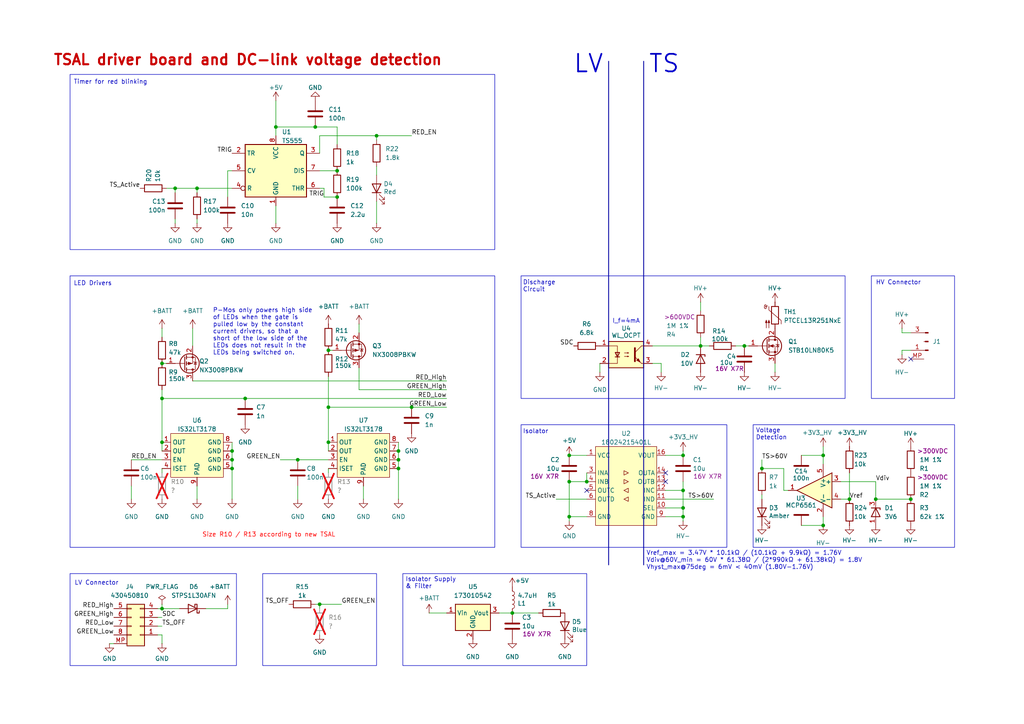
<source format=kicad_sch>
(kicad_sch
	(version 20231120)
	(generator "eeschema")
	(generator_version "8.0")
	(uuid "9debd449-8605-4af8-8da9-c3a8b6bcfdf0")
	(paper "A4")
	
	(junction
		(at 203.2 100.33)
		(diameter 0)
		(color 0 0 0 0)
		(uuid "026eb91c-0463-4bf3-8429-bb33d90c4ba8")
	)
	(junction
		(at 46.99 105.41)
		(diameter 0)
		(color 0 0 0 0)
		(uuid "0684212b-6cd4-4a56-a1fc-cf0157ab846c")
	)
	(junction
		(at 67.31 133.35)
		(diameter 0)
		(color 0 0 0 0)
		(uuid "0b8e9d0e-2844-47b1-a292-a66c081a0afc")
	)
	(junction
		(at 46.99 176.53)
		(diameter 0)
		(color 0 0 0 0)
		(uuid "0d0ae59d-5335-41ed-b9a4-f743ae90e047")
	)
	(junction
		(at 71.12 115.57)
		(diameter 0)
		(color 0 0 0 0)
		(uuid "1174483f-d433-4b40-8af7-67fab2563a72")
	)
	(junction
		(at 80.01 36.83)
		(diameter 0)
		(color 0 0 0 0)
		(uuid "23cf559d-4a68-4f8c-9117-c7ed08cb84fe")
	)
	(junction
		(at 119.38 118.11)
		(diameter 0)
		(color 0 0 0 0)
		(uuid "2897bc79-f091-42d0-8506-a30f02fe2d12")
	)
	(junction
		(at 264.16 144.78)
		(diameter 0)
		(color 0 0 0 0)
		(uuid "382b71dd-5c52-4a1d-b4d2-5189fa6e82d3")
	)
	(junction
		(at 46.99 115.57)
		(diameter 0)
		(color 0 0 0 0)
		(uuid "39822b08-98bc-4493-8fd3-202a068f2a19")
	)
	(junction
		(at 109.22 39.37)
		(diameter 0)
		(color 0 0 0 0)
		(uuid "4305f45e-f1a4-4c60-86d0-ead3bf8575e6")
	)
	(junction
		(at 57.15 54.61)
		(diameter 0)
		(color 0 0 0 0)
		(uuid "443a87a0-ff81-4a2c-8d16-2b84b9d88395")
	)
	(junction
		(at 238.76 132.08)
		(diameter 0)
		(color 0 0 0 0)
		(uuid "4cda064a-c57a-4a45-ad9f-6a73bd1cda61")
	)
	(junction
		(at 220.98 135.89)
		(diameter 0)
		(color 0 0 0 0)
		(uuid "4f586983-1835-4156-89d0-0d64c9781236")
	)
	(junction
		(at 198.12 149.86)
		(diameter 0)
		(color 0 0 0 0)
		(uuid "59902c70-bc3d-4957-a451-1c4c5230d274")
	)
	(junction
		(at 254 144.78)
		(diameter 0)
		(color 0 0 0 0)
		(uuid "657e5819-922b-4878-b7e8-86a3439b8959")
	)
	(junction
		(at 91.44 36.83)
		(diameter 0)
		(color 0 0 0 0)
		(uuid "72c533a0-f633-4f66-bdad-5d4f01f42b33")
	)
	(junction
		(at 198.12 142.24)
		(diameter 0)
		(color 0 0 0 0)
		(uuid "77327ac1-9df2-4a76-ab33-5eabc54b8bdf")
	)
	(junction
		(at 165.1 132.08)
		(diameter 0)
		(color 0 0 0 0)
		(uuid "7abc57d9-8671-4a8c-9b33-3f4d2cffd114")
	)
	(junction
		(at 95.25 128.27)
		(diameter 0)
		(color 0 0 0 0)
		(uuid "8320d1e9-b83e-494a-a1de-ff47d179a262")
	)
	(junction
		(at 115.57 135.89)
		(diameter 0)
		(color 0 0 0 0)
		(uuid "8f38404e-f801-46df-ac64-423d9bc13f39")
	)
	(junction
		(at 67.31 135.89)
		(diameter 0)
		(color 0 0 0 0)
		(uuid "92681660-35f1-4a8a-9f79-1241ab1d160b")
	)
	(junction
		(at 50.8 54.61)
		(diameter 0)
		(color 0 0 0 0)
		(uuid "93b9162b-86dc-4b9a-bde8-9f1ad8f8fa5e")
	)
	(junction
		(at 92.71 175.26)
		(diameter 0)
		(color 0 0 0 0)
		(uuid "985f8b32-62df-477e-b306-8c5a380159f8")
	)
	(junction
		(at 86.36 133.35)
		(diameter 0)
		(color 0 0 0 0)
		(uuid "9b6ebfac-2946-4494-bc7c-274e0e6bb7a2")
	)
	(junction
		(at 165.1 139.7)
		(diameter 0)
		(color 0 0 0 0)
		(uuid "9dd5d57c-1053-42aa-b3aa-83c966314b07")
	)
	(junction
		(at 198.12 132.08)
		(diameter 0)
		(color 0 0 0 0)
		(uuid "9e2cac65-7086-4064-822b-4c4f67c08068")
	)
	(junction
		(at 246.38 144.78)
		(diameter 0)
		(color 0 0 0 0)
		(uuid "a32d6c63-9cba-46f7-9d81-d37457a84b1d")
	)
	(junction
		(at 46.99 128.27)
		(diameter 0)
		(color 0 0 0 0)
		(uuid "a79006a8-0c30-4d13-8fec-52df3743d4bb")
	)
	(junction
		(at 97.79 49.53)
		(diameter 0)
		(color 0 0 0 0)
		(uuid "aa60be46-fb65-447d-b063-aa27086b5fed")
	)
	(junction
		(at 97.79 57.15)
		(diameter 0)
		(color 0 0 0 0)
		(uuid "b156aa98-9bd1-4637-b720-e1f080bcba89")
	)
	(junction
		(at 215.9 100.33)
		(diameter 0)
		(color 0 0 0 0)
		(uuid "b72b0169-a409-42bc-b338-87cd9bb90bb3")
	)
	(junction
		(at 115.57 130.81)
		(diameter 0)
		(color 0 0 0 0)
		(uuid "b90de574-f3cb-42f9-84cf-f72e65de7c8d")
	)
	(junction
		(at 148.59 177.8)
		(diameter 0)
		(color 0 0 0 0)
		(uuid "c0c92021-f951-4e8b-89f0-18795e51dd4e")
	)
	(junction
		(at 165.1 149.86)
		(diameter 0)
		(color 0 0 0 0)
		(uuid "c609c50b-2fda-418f-840d-6b46602b8051")
	)
	(junction
		(at 95.25 118.11)
		(diameter 0)
		(color 0 0 0 0)
		(uuid "d12b8e07-d9e1-4ce7-b4d3-2e0e3ab9167e")
	)
	(junction
		(at 198.12 147.32)
		(diameter 0)
		(color 0 0 0 0)
		(uuid "e4aeeb52-9e38-4a9e-9df2-b70ffdd725a1")
	)
	(junction
		(at 238.76 152.4)
		(diameter 0)
		(color 0 0 0 0)
		(uuid "e63968a4-ed18-4950-8f88-de54603c0dc7")
	)
	(junction
		(at 95.25 101.6)
		(diameter 0)
		(color 0 0 0 0)
		(uuid "f45a437a-f547-45ff-8871-b94936094082")
	)
	(junction
		(at 170.18 139.7)
		(diameter 0)
		(color 0 0 0 0)
		(uuid "f7ca4080-03f2-41e8-ae9b-cf758b11a7b2")
	)
	(junction
		(at 115.57 133.35)
		(diameter 0)
		(color 0 0 0 0)
		(uuid "f83f125f-5534-467d-b8c5-98ea87f028a7")
	)
	(junction
		(at 67.31 130.81)
		(diameter 0)
		(color 0 0 0 0)
		(uuid "fa0e6825-f75e-4603-842f-c8d8eb841e57")
	)
	(no_connect
		(at 193.04 139.7)
		(uuid "8d4a1ff3-a7e8-43e7-b7a4-bca41d382e7f")
	)
	(no_connect
		(at 170.18 142.24)
		(uuid "a912002f-e658-401e-963d-bcfa5bc8b9f1")
	)
	(no_connect
		(at 264.16 104.14)
		(uuid "b1318072-d309-4b86-b8b1-5be0bd26c97a")
	)
	(no_connect
		(at 193.04 137.16)
		(uuid "c5b2c002-63e8-49a8-bb04-b4b4c97ccb07")
	)
	(wire
		(pts
			(xy 109.22 50.8) (xy 109.22 48.26)
		)
		(stroke
			(width 0)
			(type default)
		)
		(uuid "08cc3faa-8e13-4765-a5d4-7767a9ecf483")
	)
	(wire
		(pts
			(xy 95.25 109.22) (xy 95.25 118.11)
		)
		(stroke
			(width 0)
			(type default)
		)
		(uuid "0e5fa01f-888b-4da0-8051-abb505d0d6f1")
	)
	(wire
		(pts
			(xy 59.69 176.53) (xy 66.04 176.53)
		)
		(stroke
			(width 0)
			(type default)
		)
		(uuid "137f574a-093f-43fd-a924-77d10ba729a2")
	)
	(wire
		(pts
			(xy 80.01 29.21) (xy 80.01 36.83)
		)
		(stroke
			(width 0)
			(type default)
		)
		(uuid "14746dbc-b585-42b3-9b2a-d8198cd94899")
	)
	(wire
		(pts
			(xy 198.12 139.7) (xy 198.12 142.24)
		)
		(stroke
			(width 0)
			(type default)
		)
		(uuid "16e17406-0e85-413b-8013-a3deb6fec630")
	)
	(wire
		(pts
			(xy 67.31 128.27) (xy 67.31 130.81)
		)
		(stroke
			(width 0)
			(type default)
		)
		(uuid "177216d3-aa67-4b09-93e4-982ba0afb4d1")
	)
	(wire
		(pts
			(xy 57.15 64.77) (xy 57.15 63.5)
		)
		(stroke
			(width 0)
			(type default)
		)
		(uuid "17f0aba9-ed7e-4491-ad5b-0fc356e93e90")
	)
	(wire
		(pts
			(xy 91.44 36.83) (xy 97.79 36.83)
		)
		(stroke
			(width 0)
			(type default)
		)
		(uuid "19aa88ca-2a44-4ac0-b740-e0e9f7a458e7")
	)
	(wire
		(pts
			(xy 86.36 140.97) (xy 86.36 144.78)
		)
		(stroke
			(width 0)
			(type default)
		)
		(uuid "1fda1f05-694c-4e90-819e-8a629dae2ed5")
	)
	(wire
		(pts
			(xy 198.12 132.08) (xy 198.12 130.81)
		)
		(stroke
			(width 0)
			(type default)
		)
		(uuid "229d8bd6-fbd2-4f9b-8fcd-c9c9af1b9d6a")
	)
	(wire
		(pts
			(xy 92.71 39.37) (xy 92.71 44.45)
		)
		(stroke
			(width 0)
			(type default)
		)
		(uuid "281f7ef5-6196-4c4d-8a6f-a09da9564a67")
	)
	(wire
		(pts
			(xy 80.01 36.83) (xy 80.01 39.37)
		)
		(stroke
			(width 0)
			(type default)
		)
		(uuid "2a306894-5303-4385-b9ae-fdb5850377b0")
	)
	(wire
		(pts
			(xy 92.71 175.26) (xy 99.06 175.26)
		)
		(stroke
			(width 0)
			(type default)
		)
		(uuid "2aebcb75-7a2e-4b21-a27a-5316a1ec930d")
	)
	(wire
		(pts
			(xy 104.14 106.68) (xy 104.14 113.03)
		)
		(stroke
			(width 0)
			(type default)
		)
		(uuid "2b5de279-e99c-46c0-99fd-0c659ebc8ed7")
	)
	(wire
		(pts
			(xy 93.98 54.61) (xy 92.71 54.61)
		)
		(stroke
			(width 0)
			(type default)
		)
		(uuid "2c61c43a-f690-4c26-8cd4-a323021cd220")
	)
	(wire
		(pts
			(xy 46.99 179.07) (xy 45.72 179.07)
		)
		(stroke
			(width 0)
			(type default)
		)
		(uuid "2eca4e06-2093-4d02-a8cd-4b2680d09d37")
	)
	(wire
		(pts
			(xy 104.14 113.03) (xy 129.54 113.03)
		)
		(stroke
			(width 0)
			(type default)
		)
		(uuid "2f155a4b-0a96-4264-8223-66d34f156009")
	)
	(wire
		(pts
			(xy 46.99 135.89) (xy 46.99 137.16)
		)
		(stroke
			(width 0)
			(type default)
		)
		(uuid "3095f70c-fbe4-4463-b6aa-958043cd01f8")
	)
	(wire
		(pts
			(xy 148.59 177.8) (xy 156.21 177.8)
		)
		(stroke
			(width 0)
			(type default)
		)
		(uuid "30af1a62-562f-425a-8b10-46fbf83fdfef")
	)
	(wire
		(pts
			(xy 165.1 149.86) (xy 170.18 149.86)
		)
		(stroke
			(width 0)
			(type default)
		)
		(uuid "34071f44-e945-4188-9f0e-b28c8100bcc6")
	)
	(wire
		(pts
			(xy 86.36 133.35) (xy 95.25 133.35)
		)
		(stroke
			(width 0)
			(type default)
		)
		(uuid "3b016e8a-4566-4e17-8c59-651ec595fb40")
	)
	(wire
		(pts
			(xy 57.15 140.97) (xy 57.15 144.78)
		)
		(stroke
			(width 0)
			(type default)
		)
		(uuid "3e26c73b-bc6c-4c5e-8226-fa4e1c12feba")
	)
	(wire
		(pts
			(xy 66.04 176.53) (xy 66.04 175.26)
		)
		(stroke
			(width 0)
			(type default)
		)
		(uuid "3f359a46-9f55-4340-80b6-b48f3763946b")
	)
	(wire
		(pts
			(xy 238.76 129.54) (xy 238.76 132.08)
		)
		(stroke
			(width 0)
			(type default)
		)
		(uuid "3ff5ec8a-c24a-4f0a-ba51-ddef81d05084")
	)
	(wire
		(pts
			(xy 193.04 132.08) (xy 198.12 132.08)
		)
		(stroke
			(width 0)
			(type default)
		)
		(uuid "4123c7c1-832a-47b2-95d5-8836ac8a8692")
	)
	(wire
		(pts
			(xy 227.33 135.89) (xy 227.33 142.24)
		)
		(stroke
			(width 0)
			(type default)
		)
		(uuid "41e7cf06-a711-455b-b091-f14c3e1001ab")
	)
	(wire
		(pts
			(xy 261.62 101.6) (xy 261.62 102.87)
		)
		(stroke
			(width 0)
			(type default)
		)
		(uuid "42efea56-adb7-477c-b8ad-4c425decf850")
	)
	(wire
		(pts
			(xy 161.29 144.78) (xy 170.18 144.78)
		)
		(stroke
			(width 0)
			(type default)
		)
		(uuid "4a01bf21-de9e-4c3c-8873-9d1870a780ee")
	)
	(wire
		(pts
			(xy 198.12 151.13) (xy 198.12 149.86)
		)
		(stroke
			(width 0)
			(type default)
		)
		(uuid "4dfd2e6c-39e9-4e9a-b27a-7ddd594af91f")
	)
	(wire
		(pts
			(xy 109.22 39.37) (xy 119.38 39.37)
		)
		(stroke
			(width 0)
			(type default)
		)
		(uuid "4e7bbd84-902d-434f-b713-00abfad86234")
	)
	(wire
		(pts
			(xy 264.16 101.6) (xy 261.62 101.6)
		)
		(stroke
			(width 0)
			(type default)
		)
		(uuid "516561c0-65eb-4cc8-b3dd-564575badfdf")
	)
	(wire
		(pts
			(xy 124.46 177.8) (xy 129.54 177.8)
		)
		(stroke
			(width 0)
			(type default)
		)
		(uuid "51949801-c3a8-4bd0-aaa9-7729a3309c6c")
	)
	(wire
		(pts
			(xy 95.25 135.89) (xy 95.25 137.16)
		)
		(stroke
			(width 0)
			(type default)
		)
		(uuid "5797287a-0b8e-462b-9d40-1ff99e74a4d4")
	)
	(wire
		(pts
			(xy 55.88 110.49) (xy 129.54 110.49)
		)
		(stroke
			(width 0)
			(type default)
		)
		(uuid "5b1e6499-213f-4fe5-bdd5-8d401430d309")
	)
	(wire
		(pts
			(xy 227.33 142.24) (xy 228.6 142.24)
		)
		(stroke
			(width 0)
			(type default)
		)
		(uuid "5b89e798-1eb4-40db-9684-eccf21e75fe6")
	)
	(wire
		(pts
			(xy 50.8 54.61) (xy 50.8 55.88)
		)
		(stroke
			(width 0)
			(type default)
		)
		(uuid "5c0b9e16-ef71-42f7-8cd1-4204c4ce4c4b")
	)
	(wire
		(pts
			(xy 80.01 59.69) (xy 80.01 64.77)
		)
		(stroke
			(width 0)
			(type default)
		)
		(uuid "5ceacfff-675a-4505-af03-7252b7df055c")
	)
	(wire
		(pts
			(xy 46.99 176.53) (xy 46.99 175.26)
		)
		(stroke
			(width 0)
			(type default)
		)
		(uuid "5da8f322-81db-4457-815f-573a7cfc4736")
	)
	(wire
		(pts
			(xy 238.76 132.08) (xy 238.76 134.62)
		)
		(stroke
			(width 0)
			(type default)
		)
		(uuid "5eba613d-3f28-4f67-984d-15be61e6aa23")
	)
	(wire
		(pts
			(xy 93.98 54.61) (xy 93.98 57.15)
		)
		(stroke
			(width 0)
			(type default)
		)
		(uuid "60b1a118-c444-45c8-b2aa-3f722f52d325")
	)
	(wire
		(pts
			(xy 46.99 105.41) (xy 48.26 105.41)
		)
		(stroke
			(width 0)
			(type default)
		)
		(uuid "610f16f0-3a40-4796-8875-5cb39a6c613d")
	)
	(wire
		(pts
			(xy 193.04 144.78) (xy 207.01 144.78)
		)
		(stroke
			(width 0)
			(type default)
		)
		(uuid "63ec55bc-94ab-49d7-b638-9048a08d6bc6")
	)
	(wire
		(pts
			(xy 220.98 143.51) (xy 220.98 144.78)
		)
		(stroke
			(width 0)
			(type default)
		)
		(uuid "64659341-fa1a-4c37-87d4-26c477530b61")
	)
	(wire
		(pts
			(xy 246.38 144.78) (xy 243.84 144.78)
		)
		(stroke
			(width 0)
			(type default)
		)
		(uuid "65c6d023-27ad-4fe3-8c23-dd87be36385a")
	)
	(wire
		(pts
			(xy 46.99 176.53) (xy 45.72 176.53)
		)
		(stroke
			(width 0)
			(type default)
		)
		(uuid "674e15e9-b1fa-4f55-8646-913c7c438973")
	)
	(wire
		(pts
			(xy 203.2 87.63) (xy 203.2 90.17)
		)
		(stroke
			(width 0)
			(type default)
		)
		(uuid "69c23500-65df-4f5b-9dc6-65450a94e814")
	)
	(wire
		(pts
			(xy 193.04 149.86) (xy 198.12 149.86)
		)
		(stroke
			(width 0)
			(type default)
		)
		(uuid "6ec11311-5915-4596-9ae0-0d27c4a8047b")
	)
	(wire
		(pts
			(xy 67.31 135.89) (xy 67.31 144.78)
		)
		(stroke
			(width 0)
			(type default)
		)
		(uuid "716bcd72-d402-4f0a-ba82-e1a6a3225263")
	)
	(wire
		(pts
			(xy 198.12 149.86) (xy 198.12 147.32)
		)
		(stroke
			(width 0)
			(type default)
		)
		(uuid "74239838-dc30-40f2-9177-ba3ec68566de")
	)
	(wire
		(pts
			(xy 109.22 40.64) (xy 109.22 39.37)
		)
		(stroke
			(width 0)
			(type default)
		)
		(uuid "74744c2d-6f74-4a63-8265-15e7bcdadc8d")
	)
	(wire
		(pts
			(xy 224.79 107.95) (xy 224.79 105.41)
		)
		(stroke
			(width 0)
			(type default)
		)
		(uuid "763ca273-69bc-4ea7-b7f2-385d2de19e1f")
	)
	(wire
		(pts
			(xy 189.23 100.33) (xy 203.2 100.33)
		)
		(stroke
			(width 0)
			(type default)
		)
		(uuid "76d112dc-c4d8-4560-bf67-25425a15e51b")
	)
	(wire
		(pts
			(xy 203.2 100.33) (xy 205.74 100.33)
		)
		(stroke
			(width 0)
			(type default)
		)
		(uuid "76f2e9cb-0bc1-494a-b44a-d0a45c4841b7")
	)
	(wire
		(pts
			(xy 193.04 142.24) (xy 198.12 142.24)
		)
		(stroke
			(width 0)
			(type default)
		)
		(uuid "7941d173-e121-46a4-ab88-f7610a7a3b19")
	)
	(wire
		(pts
			(xy 46.99 128.27) (xy 46.99 115.57)
		)
		(stroke
			(width 0)
			(type default)
		)
		(uuid "79fdeea7-a811-4679-bf8d-41883ace9c46")
	)
	(wire
		(pts
			(xy 109.22 39.37) (xy 92.71 39.37)
		)
		(stroke
			(width 0)
			(type default)
		)
		(uuid "7a80359c-8dde-4ad4-94ec-643d915dc2cc")
	)
	(wire
		(pts
			(xy 67.31 49.53) (xy 66.04 49.53)
		)
		(stroke
			(width 0)
			(type default)
		)
		(uuid "7e68fbcf-daa3-429c-b7b5-7af4edb806c4")
	)
	(wire
		(pts
			(xy 50.8 63.5) (xy 50.8 64.77)
		)
		(stroke
			(width 0)
			(type default)
		)
		(uuid "7fffe215-f32a-46bc-bcb7-db0d487c7091")
	)
	(wire
		(pts
			(xy 38.1 140.97) (xy 38.1 144.78)
		)
		(stroke
			(width 0)
			(type default)
		)
		(uuid "83adce8b-f9e0-4f83-a31f-84a555389e21")
	)
	(wire
		(pts
			(xy 232.41 152.4) (xy 238.76 152.4)
		)
		(stroke
			(width 0)
			(type default)
		)
		(uuid "84284e2b-fa8f-4c13-96eb-25cccc055d52")
	)
	(wire
		(pts
			(xy 191.77 107.95) (xy 191.77 105.41)
		)
		(stroke
			(width 0)
			(type default)
		)
		(uuid "85c6a4a9-2a58-45e1-b2e8-8ed6800b4311")
	)
	(wire
		(pts
			(xy 215.9 100.33) (xy 217.17 100.33)
		)
		(stroke
			(width 0)
			(type default)
		)
		(uuid "86f397cb-8487-4b2c-9bc3-10fba66a8d29")
	)
	(wire
		(pts
			(xy 203.2 97.79) (xy 203.2 100.33)
		)
		(stroke
			(width 0)
			(type default)
		)
		(uuid "87b6faf2-4214-4f30-9c03-bfc24ca489b6")
	)
	(wire
		(pts
			(xy 95.25 101.6) (xy 96.52 101.6)
		)
		(stroke
			(width 0)
			(type default)
		)
		(uuid "8a735b3d-34cb-4e5c-8bce-312df18d31a8")
	)
	(wire
		(pts
			(xy 97.79 41.91) (xy 97.79 36.83)
		)
		(stroke
			(width 0)
			(type default)
		)
		(uuid "8cf03936-ed06-4b6b-80e2-98b30aa54768")
	)
	(wire
		(pts
			(xy 67.31 130.81) (xy 67.31 133.35)
		)
		(stroke
			(width 0)
			(type default)
		)
		(uuid "8d318f9a-533d-482a-b1e3-7b8844030ad0")
	)
	(wire
		(pts
			(xy 92.71 49.53) (xy 97.79 49.53)
		)
		(stroke
			(width 0)
			(type default)
		)
		(uuid "91c32884-100c-438c-bf5d-58556ec9eb2c")
	)
	(polyline
		(pts
			(xy 176.53 17.78) (xy 176.53 163.83)
		)
		(stroke
			(width 0.254)
			(type default)
			(color 0 0 162 0.3137254902)
		)
		(uuid "93446e12-8872-4999-aa10-3d8244057946")
	)
	(wire
		(pts
			(xy 213.36 100.33) (xy 215.9 100.33)
		)
		(stroke
			(width 0)
			(type default)
		)
		(uuid "94d31da6-e66c-42e5-9bdd-7ed5471c24e9")
	)
	(wire
		(pts
			(xy 261.62 96.52) (xy 264.16 96.52)
		)
		(stroke
			(width 0)
			(type default)
		)
		(uuid "977ff348-f8b0-4f0b-8456-2e5206d8564f")
	)
	(wire
		(pts
			(xy 232.41 132.08) (xy 238.76 132.08)
		)
		(stroke
			(width 0)
			(type default)
		)
		(uuid "98c62ab7-c00e-4254-88ad-53db49c9628f")
	)
	(wire
		(pts
			(xy 104.14 93.98) (xy 104.14 96.52)
		)
		(stroke
			(width 0)
			(type default)
		)
		(uuid "9a4e7cca-5130-47c9-b3bc-13c11a9a2105")
	)
	(wire
		(pts
			(xy 46.99 184.15) (xy 45.72 184.15)
		)
		(stroke
			(width 0)
			(type default)
		)
		(uuid "9cbb5b4b-2d7b-4f1c-9c45-2b520b1717ef")
	)
	(wire
		(pts
			(xy 193.04 147.32) (xy 198.12 147.32)
		)
		(stroke
			(width 0)
			(type default)
		)
		(uuid "9cd099f2-df6e-47fb-96eb-5c8cec3538ce")
	)
	(wire
		(pts
			(xy 189.23 105.41) (xy 191.77 105.41)
		)
		(stroke
			(width 0)
			(type default)
		)
		(uuid "9cf0f3a8-6b74-4479-b75a-0b8d6ae0f62d")
	)
	(wire
		(pts
			(xy 261.62 96.52) (xy 261.62 95.25)
		)
		(stroke
			(width 0)
			(type default)
		)
		(uuid "9fd93f4e-9c1f-42a1-a38f-3dcc276cb349")
	)
	(wire
		(pts
			(xy 80.01 36.83) (xy 91.44 36.83)
		)
		(stroke
			(width 0)
			(type default)
		)
		(uuid "a0d2bfb7-68dc-42be-b022-2ecc8de61027")
	)
	(wire
		(pts
			(xy 105.41 140.97) (xy 105.41 144.78)
		)
		(stroke
			(width 0)
			(type default)
		)
		(uuid "a1a3ff77-2de9-4e69-9e13-e67afd22e7d9")
	)
	(wire
		(pts
			(xy 48.26 54.61) (xy 50.8 54.61)
		)
		(stroke
			(width 0)
			(type default)
		)
		(uuid "a1db2584-95d3-4bf7-9adb-abc94678c63a")
	)
	(wire
		(pts
			(xy 95.25 128.27) (xy 95.25 130.81)
		)
		(stroke
			(width 0)
			(type default)
		)
		(uuid "a71b51c6-9dae-4fa6-8f22-d8964efee844")
	)
	(wire
		(pts
			(xy 119.38 118.11) (xy 129.54 118.11)
		)
		(stroke
			(width 0)
			(type default)
		)
		(uuid "a98109a1-8b03-49ba-ae6e-77bce6ff401a")
	)
	(wire
		(pts
			(xy 238.76 152.4) (xy 238.76 149.86)
		)
		(stroke
			(width 0)
			(type default)
		)
		(uuid "ae4820f6-b872-4c6d-af0c-45ea5cc5b7bc")
	)
	(wire
		(pts
			(xy 144.78 177.8) (xy 148.59 177.8)
		)
		(stroke
			(width 0)
			(type default)
		)
		(uuid "aece7f3e-8357-4bbb-aca4-2c2c7705c932")
	)
	(wire
		(pts
			(xy 46.99 115.57) (xy 71.12 115.57)
		)
		(stroke
			(width 0)
			(type default)
		)
		(uuid "b25449d1-cef0-4f6c-a7ca-2f7b8ae67bd5")
	)
	(wire
		(pts
			(xy 254 144.78) (xy 254 139.7)
		)
		(stroke
			(width 0)
			(type default)
		)
		(uuid "b4edd754-ff1b-4c8d-a27b-8a07a2ed05f1")
	)
	(wire
		(pts
			(xy 46.99 113.03) (xy 46.99 115.57)
		)
		(stroke
			(width 0)
			(type default)
		)
		(uuid "b5dd2cae-db7f-46b6-bc64-fdafa3ab2830")
	)
	(wire
		(pts
			(xy 46.99 176.53) (xy 52.07 176.53)
		)
		(stroke
			(width 0)
			(type default)
		)
		(uuid "b6f96d5d-b8a9-47db-b129-b1aaae922abc")
	)
	(wire
		(pts
			(xy 81.28 133.35) (xy 86.36 133.35)
		)
		(stroke
			(width 0)
			(type default)
		)
		(uuid "ba595097-ef72-4be0-a81b-3f69ac6dc061")
	)
	(wire
		(pts
			(xy 220.98 133.35) (xy 220.98 135.89)
		)
		(stroke
			(width 0)
			(type default)
		)
		(uuid "bb6050b7-e300-478c-a700-f7e13a77b558")
	)
	(wire
		(pts
			(xy 71.12 115.57) (xy 129.54 115.57)
		)
		(stroke
			(width 0)
			(type default)
		)
		(uuid "c3517ed0-5916-4e21-bfeb-6768f868fd3f")
	)
	(wire
		(pts
			(xy 165.1 139.7) (xy 170.18 139.7)
		)
		(stroke
			(width 0)
			(type default)
		)
		(uuid "c4162fec-d33d-48bf-81da-987a88c74724")
	)
	(polyline
		(pts
			(xy 186.69 17.78) (xy 186.69 163.83)
		)
		(stroke
			(width 0.254)
			(type default)
			(color 0 0 162 0.3137254902)
		)
		(uuid "c6016b43-33f4-4b64-99c9-baac37034c3b")
	)
	(wire
		(pts
			(xy 198.12 147.32) (xy 198.12 142.24)
		)
		(stroke
			(width 0)
			(type default)
		)
		(uuid "c8151381-acb0-4fc9-903e-fa8035e4a6ab")
	)
	(wire
		(pts
			(xy 165.1 139.7) (xy 165.1 149.86)
		)
		(stroke
			(width 0)
			(type default)
		)
		(uuid "c88a330b-c512-438e-a36f-9209419b6f19")
	)
	(wire
		(pts
			(xy 55.88 95.25) (xy 55.88 100.33)
		)
		(stroke
			(width 0)
			(type default)
		)
		(uuid "c97440a5-529a-4b00-9c8a-7e22678aa27a")
	)
	(wire
		(pts
			(xy 115.57 130.81) (xy 115.57 133.35)
		)
		(stroke
			(width 0)
			(type default)
		)
		(uuid "cab3c9f3-25e5-4086-b30e-c402143fc906")
	)
	(wire
		(pts
			(xy 109.22 58.42) (xy 109.22 64.77)
		)
		(stroke
			(width 0)
			(type default)
		)
		(uuid "cb7c0127-51e0-4d29-81ba-23f0dddee6b3")
	)
	(wire
		(pts
			(xy 46.99 186.69) (xy 46.99 184.15)
		)
		(stroke
			(width 0)
			(type default)
		)
		(uuid "cd51db21-7a69-40ab-8813-6cff9f81b1df")
	)
	(wire
		(pts
			(xy 173.99 107.95) (xy 173.99 105.41)
		)
		(stroke
			(width 0)
			(type default)
		)
		(uuid "d1ab1a52-61a5-421f-867c-d622c823f65e")
	)
	(wire
		(pts
			(xy 57.15 55.88) (xy 57.15 54.61)
		)
		(stroke
			(width 0)
			(type default)
		)
		(uuid "d3e62aeb-0c84-4d0f-a878-f1638a4385b7")
	)
	(wire
		(pts
			(xy 170.18 137.16) (xy 170.18 139.7)
		)
		(stroke
			(width 0)
			(type default)
		)
		(uuid "dbaca429-ce07-428b-b53f-fc8239c6133a")
	)
	(wire
		(pts
			(xy 95.25 118.11) (xy 95.25 128.27)
		)
		(stroke
			(width 0)
			(type default)
		)
		(uuid "de1c3265-5b8c-4f3a-9f10-6be17180df1a")
	)
	(wire
		(pts
			(xy 57.15 54.61) (xy 67.31 54.61)
		)
		(stroke
			(width 0)
			(type default)
		)
		(uuid "e0ab9f23-9ff3-49be-8a3b-93b94101a522")
	)
	(wire
		(pts
			(xy 46.99 181.61) (xy 45.72 181.61)
		)
		(stroke
			(width 0)
			(type default)
		)
		(uuid "e2f1c083-ce12-4788-b39b-5f2409e9f916")
	)
	(wire
		(pts
			(xy 92.71 176.53) (xy 92.71 175.26)
		)
		(stroke
			(width 0)
			(type default)
		)
		(uuid "e30f0bf8-4660-40da-bc2f-5ae20153ce53")
	)
	(wire
		(pts
			(xy 115.57 133.35) (xy 115.57 135.89)
		)
		(stroke
			(width 0)
			(type default)
		)
		(uuid "e3c12d6a-993a-471e-8393-e1d8f1af4c2d")
	)
	(wire
		(pts
			(xy 115.57 128.27) (xy 115.57 130.81)
		)
		(stroke
			(width 0)
			(type default)
		)
		(uuid "e4d90a6c-63a5-4ce7-9a61-f19bf3b47f7b")
	)
	(wire
		(pts
			(xy 91.44 175.26) (xy 92.71 175.26)
		)
		(stroke
			(width 0)
			(type default)
		)
		(uuid "e5bfb8d7-61db-4d62-ae2a-26383582b8e1")
	)
	(wire
		(pts
			(xy 95.25 118.11) (xy 119.38 118.11)
		)
		(stroke
			(width 0)
			(type default)
		)
		(uuid "e5ef6f88-448f-4db7-8b95-dc2f16814e62")
	)
	(wire
		(pts
			(xy 38.1 133.35) (xy 46.99 133.35)
		)
		(stroke
			(width 0)
			(type default)
		)
		(uuid "eab4768c-ba16-4ce4-b7ad-8fc9d6d87bc6")
	)
	(wire
		(pts
			(xy 170.18 132.08) (xy 165.1 132.08)
		)
		(stroke
			(width 0)
			(type default)
		)
		(uuid "ec35287f-a6ab-453d-b58b-4921db9571b4")
	)
	(wire
		(pts
			(xy 254 144.78) (xy 264.16 144.78)
		)
		(stroke
			(width 0)
			(type default)
		)
		(uuid "efc14bc2-ba36-41c9-bf78-2d56e175b0f0")
	)
	(wire
		(pts
			(xy 66.04 49.53) (xy 66.04 57.15)
		)
		(stroke
			(width 0)
			(type default)
		)
		(uuid "f03928b4-2ff8-4678-ae2e-b2da3fe13789")
	)
	(wire
		(pts
			(xy 254 139.7) (xy 243.84 139.7)
		)
		(stroke
			(width 0)
			(type default)
		)
		(uuid "f144acb6-984e-4e26-914f-127d98731133")
	)
	(wire
		(pts
			(xy 115.57 135.89) (xy 115.57 144.78)
		)
		(stroke
			(width 0)
			(type default)
		)
		(uuid "f171e986-8295-4f4e-be69-4ce0bea275d3")
	)
	(wire
		(pts
			(xy 93.98 57.15) (xy 97.79 57.15)
		)
		(stroke
			(width 0)
			(type default)
		)
		(uuid "f1891d3c-1225-42e4-b9bb-33fec4330211")
	)
	(wire
		(pts
			(xy 46.99 95.25) (xy 46.99 97.79)
		)
		(stroke
			(width 0)
			(type default)
		)
		(uuid "f29dfab2-f044-4de1-a893-1b6b2a1ee045")
	)
	(wire
		(pts
			(xy 46.99 128.27) (xy 46.99 130.81)
		)
		(stroke
			(width 0)
			(type default)
		)
		(uuid "f343a2b7-93be-4ab0-8d24-98768a5154ca")
	)
	(wire
		(pts
			(xy 50.8 54.61) (xy 57.15 54.61)
		)
		(stroke
			(width 0)
			(type default)
		)
		(uuid "f616a9a2-32a8-4be4-baea-a34449a37045")
	)
	(wire
		(pts
			(xy 220.98 135.89) (xy 227.33 135.89)
		)
		(stroke
			(width 0)
			(type default)
		)
		(uuid "f6299c65-6439-4c8d-92a3-fc04fce62441")
	)
	(wire
		(pts
			(xy 67.31 133.35) (xy 67.31 135.89)
		)
		(stroke
			(width 0)
			(type default)
		)
		(uuid "f634fedb-a619-4e10-8fb4-3746d93f0a0f")
	)
	(wire
		(pts
			(xy 31.75 186.69) (xy 33.02 186.69)
		)
		(stroke
			(width 0)
			(type default)
		)
		(uuid "f74d19bf-8e6a-4764-a21a-056b08da720f")
	)
	(wire
		(pts
			(xy 165.1 151.13) (xy 165.1 149.86)
		)
		(stroke
			(width 0)
			(type default)
		)
		(uuid "f7df42ec-4b3c-4802-9a7e-433b8dc41143")
	)
	(wire
		(pts
			(xy 246.38 137.16) (xy 246.38 144.78)
		)
		(stroke
			(width 0)
			(type default)
		)
		(uuid "fb66c788-6f32-4c76-abda-f90ebba1a09d")
	)
	(rectangle
		(start 218.44 123.19)
		(end 276.86 158.75)
		(stroke
			(width 0)
			(type default)
		)
		(fill
			(type none)
		)
		(uuid 01fed345-fb0e-4438-8683-f6edb25b6a91)
	)
	(rectangle
		(start 151.13 123.19)
		(end 210.82 158.75)
		(stroke
			(width 0)
			(type default)
		)
		(fill
			(type none)
		)
		(uuid 25e65339-0734-438b-8d87-a0ea641d99f1)
	)
	(rectangle
		(start 20.32 21.59)
		(end 143.51 72.39)
		(stroke
			(width 0)
			(type default)
		)
		(fill
			(type none)
		)
		(uuid 47e70481-caa6-40e6-bd1d-661c6a983805)
	)
	(rectangle
		(start 20.32 80.01)
		(end 143.51 158.75)
		(stroke
			(width 0)
			(type default)
		)
		(fill
			(type none)
		)
		(uuid 4ff4e1dd-d613-4552-b94a-4d8ecbb26631)
	)
	(rectangle
		(start 76.2 166.37)
		(end 109.22 193.04)
		(stroke
			(width 0)
			(type default)
		)
		(fill
			(type none)
		)
		(uuid 57f1f181-f5da-4c6f-b30f-00170b7564e4)
	)
	(rectangle
		(start 252.73 80.01)
		(end 276.86 115.57)
		(stroke
			(width 0)
			(type default)
		)
		(fill
			(type none)
		)
		(uuid 6193ed35-fabe-433c-8a2a-52dee59533be)
	)
	(rectangle
		(start 20.32 166.37)
		(end 68.58 193.04)
		(stroke
			(width 0)
			(type default)
		)
		(fill
			(type none)
		)
		(uuid c8bc12c9-d350-448e-8b54-fbd321147316)
	)
	(rectangle
		(start 151.13 80.01)
		(end 245.11 115.57)
		(stroke
			(width 0)
			(type default)
		)
		(fill
			(type none)
		)
		(uuid e5e54236-6014-403b-afd6-0a6cc5aa0c9e)
	)
	(rectangle
		(start 116.84 166.37)
		(end 170.18 193.04)
		(stroke
			(width 0)
			(type default)
		)
		(fill
			(type none)
		)
		(uuid ec740441-49dc-4fae-bd7e-e900482e3703)
	)
	(text "TS"
		(exclude_from_sim no)
		(at 187.96 21.59 0)
		(effects
			(font
				(size 5.08 5.08)
				(thickness 0.508)
				(bold yes)
			)
			(justify left bottom)
		)
		(uuid "021b61db-6296-40c2-b79b-5b093973b8bc")
	)
	(text "Size R10 / R13 according to new TSAL"
		(exclude_from_sim no)
		(at 77.978 155.194 0)
		(effects
			(font
				(size 1.27 1.27)
				(color 255 0 0 1)
			)
		)
		(uuid "17305c1c-a27c-4317-8b80-4692e69a56c5")
	)
	(text "LED Drivers"
		(exclude_from_sim no)
		(at 21.336 82.296 0)
		(effects
			(font
				(size 1.27 1.27)
			)
			(justify left)
		)
		(uuid "3677f57d-b2b3-41d7-b406-aac319f88591")
	)
	(text "Voltage\nDetection\n"
		(exclude_from_sim no)
		(at 219.202 125.984 0)
		(effects
			(font
				(size 1.27 1.27)
			)
			(justify left)
		)
		(uuid "45ce58e6-3841-482c-a39f-c70a041c4c6b")
	)
	(text "LV Connector"
		(exclude_from_sim no)
		(at 21.59 169.164 0)
		(effects
			(font
				(size 1.27 1.27)
			)
			(justify left)
		)
		(uuid "5b97e0ec-2be3-4f34-a177-ec8eaa54b7b7")
	)
	(text "TSAL driver board and DC-link voltage detection"
		(exclude_from_sim no)
		(at 71.882 17.526 0)
		(effects
			(font
				(size 3 3)
				(thickness 0.6)
				(bold yes)
				(color 194 0 0 1)
			)
		)
		(uuid "6eafd69d-d45d-4a3f-8930-66db40ccef74")
	)
	(text "Discharge\nCircuit"
		(exclude_from_sim no)
		(at 151.638 83.058 0)
		(effects
			(font
				(size 1.27 1.27)
			)
			(justify left)
		)
		(uuid "70134144-881b-44af-a32c-094f2f38cb97")
	)
	(text "Timer for red blinking"
		(exclude_from_sim no)
		(at 21.336 23.876 0)
		(effects
			(font
				(size 1.27 1.27)
			)
			(justify left)
		)
		(uuid "7038987e-7341-4060-bae1-07f28aa7ce1d")
	)
	(text "HV Connector"
		(exclude_from_sim no)
		(at 254 82.042 0)
		(effects
			(font
				(size 1.27 1.27)
			)
			(justify left)
		)
		(uuid "b0e50c81-d78e-40f1-80e2-61474f294946")
	)
	(text "LV"
		(exclude_from_sim no)
		(at 175.26 21.59 0)
		(effects
			(font
				(size 5.08 5.08)
				(thickness 0.508)
				(bold yes)
			)
			(justify right bottom)
		)
		(uuid "bae6a436-f5e1-472d-a1d2-3e42c2d66f22")
	)
	(text "Isolator"
		(exclude_from_sim no)
		(at 151.638 125.222 0)
		(effects
			(font
				(size 1.27 1.27)
			)
			(justify left)
		)
		(uuid "df682997-c89a-4a5f-872a-73e5ee8f662a")
	)
	(text "Vref_max = 3.47V * 10.1kΩ / (10.1kΩ + 9.9kΩ) = 1.76V\nVdiv@60V_min = 60V * 61.38Ω / (2*990kΩ + 61.38kΩ) = 1.8V\nVhyst_max@75deg = 6mV < 40mV (1.80V-1.76V)"
		(exclude_from_sim no)
		(at 187.452 162.56 0)
		(effects
			(font
				(size 1.27 1.27)
			)
			(justify left)
		)
		(uuid "e589dcb2-387b-4764-962e-d312be997c64")
	)
	(text "I_f=4mA"
		(exclude_from_sim no)
		(at 181.61 93.218 0)
		(effects
			(font
				(size 1.27 1.27)
			)
		)
		(uuid "e648008f-f1a0-444b-8511-ce30c0093c72")
	)
	(text "Isolator Supply\n& Filter"
		(exclude_from_sim no)
		(at 117.602 169.164 0)
		(effects
			(font
				(size 1.27 1.27)
			)
			(justify left)
		)
		(uuid "f6e77845-6a9f-4a86-9629-3082379a248b")
	)
	(text "P-Mos only powers high side\nof LEDs when the gate is\npulled low by the constant\ncurrent drivers, so that a\nshort of the low side of the\nLEDs does not result in the\nLEDs being switched on."
		(exclude_from_sim no)
		(at 61.722 103.124 0)
		(effects
			(font
				(size 1.27 1.27)
			)
			(justify left bottom)
		)
		(uuid "fdb9635e-5877-4879-b985-cfb6f1947ca8")
	)
	(label "GREEN_EN"
		(at 81.28 133.35 180)
		(fields_autoplaced yes)
		(effects
			(font
				(size 1.27 1.27)
			)
			(justify right bottom)
		)
		(uuid "238fcfe9-1b36-4569-a39c-f6a8fc2188d7")
	)
	(label "Vdiv"
		(at 254 139.7 0)
		(fields_autoplaced yes)
		(effects
			(font
				(size 1.27 1.27)
			)
			(justify left bottom)
		)
		(uuid "373766a1-9a77-46a3-9aea-be92ea9903d0")
	)
	(label "TS_OFF"
		(at 46.99 181.61 0)
		(fields_autoplaced yes)
		(effects
			(font
				(size 1.27 1.27)
			)
			(justify left bottom)
		)
		(uuid "39fd68ae-5888-4b2f-b635-ec2f3e0676df")
	)
	(label "Vref"
		(at 246.38 144.78 0)
		(fields_autoplaced yes)
		(effects
			(font
				(size 1.27 1.27)
			)
			(justify left bottom)
		)
		(uuid "4481290f-d1f1-41f0-b4b8-961ce91f9a27")
	)
	(label "GREEN_High"
		(at 129.54 113.03 180)
		(fields_autoplaced yes)
		(effects
			(font
				(size 1.27 1.27)
			)
			(justify right bottom)
		)
		(uuid "4f585b78-a3ad-49f9-8bfa-8e3c1cbbbaa1")
	)
	(label "SDC"
		(at 166.37 100.33 180)
		(fields_autoplaced yes)
		(effects
			(font
				(size 1.27 1.27)
			)
			(justify right bottom)
		)
		(uuid "5b660d73-800e-4ede-80d8-3e5300cfe7c9")
	)
	(label "TRIG"
		(at 93.98 57.15 180)
		(fields_autoplaced yes)
		(effects
			(font
				(size 1.27 1.27)
			)
			(justify right bottom)
		)
		(uuid "71f3dd8b-82f7-4711-b3ab-8469aac22899")
	)
	(label "RED_High"
		(at 129.54 110.49 180)
		(fields_autoplaced yes)
		(effects
			(font
				(size 1.27 1.27)
			)
			(justify right bottom)
		)
		(uuid "75ead031-9178-4e75-8e3a-92c80ffc5e62")
	)
	(label "RED_EN"
		(at 119.38 39.37 0)
		(fields_autoplaced yes)
		(effects
			(font
				(size 1.27 1.27)
			)
			(justify left bottom)
		)
		(uuid "88c4c738-2845-4638-91db-bccc1a6f589e")
	)
	(label "GREEN_Low"
		(at 33.02 184.15 180)
		(fields_autoplaced yes)
		(effects
			(font
				(size 1.27 1.27)
			)
			(justify right bottom)
		)
		(uuid "985a280d-57e1-419c-9258-d5367f174fe1")
	)
	(label "TS_Active"
		(at 161.29 144.78 180)
		(fields_autoplaced yes)
		(effects
			(font
				(size 1.27 1.27)
			)
			(justify right bottom)
		)
		(uuid "9e33e52f-2103-46ef-ad17-472ed12a9cae")
	)
	(label "GREEN_EN"
		(at 99.06 175.26 0)
		(fields_autoplaced yes)
		(effects
			(font
				(size 1.27 1.27)
			)
			(justify left bottom)
		)
		(uuid "a71d8013-a520-4c34-ba83-906043c9623f")
	)
	(label "SDC"
		(at 46.99 179.07 0)
		(fields_autoplaced yes)
		(effects
			(font
				(size 1.27 1.27)
			)
			(justify left bottom)
		)
		(uuid "ad6e350b-2608-49fe-8b82-3c6bf1ee9e2f")
	)
	(label "GREEN_Low"
		(at 129.54 118.11 180)
		(fields_autoplaced yes)
		(effects
			(font
				(size 1.27 1.27)
			)
			(justify right bottom)
		)
		(uuid "b2d43ad5-53a9-40bf-8fdf-594161cd8f4b")
	)
	(label "GREEN_High"
		(at 33.02 179.07 180)
		(fields_autoplaced yes)
		(effects
			(font
				(size 1.27 1.27)
			)
			(justify right bottom)
		)
		(uuid "b75fbcca-47aa-44a9-b3f5-eb26f0b76f56")
	)
	(label "TS>60V"
		(at 207.01 144.78 180)
		(fields_autoplaced yes)
		(effects
			(font
				(size 1.27 1.27)
			)
			(justify right bottom)
		)
		(uuid "cae32917-fa13-4ecb-a8d5-6bd5a9b4b047")
	)
	(label "TS>60V"
		(at 220.98 133.35 0)
		(fields_autoplaced yes)
		(effects
			(font
				(size 1.27 1.27)
			)
			(justify left bottom)
		)
		(uuid "cbdd5f1a-cbe9-4d41-8988-8ce5d29b1581")
	)
	(label "TRIG"
		(at 67.31 44.45 180)
		(fields_autoplaced yes)
		(effects
			(font
				(size 1.27 1.27)
			)
			(justify right bottom)
		)
		(uuid "d24ed776-f33f-4d35-a0fb-1b6b528a3bc2")
	)
	(label "TS_OFF"
		(at 83.82 175.26 180)
		(fields_autoplaced yes)
		(effects
			(font
				(size 1.27 1.27)
			)
			(justify right bottom)
		)
		(uuid "eb9d6a65-2132-42c6-b52d-d44efa22777c")
	)
	(label "RED_High"
		(at 33.02 176.53 180)
		(fields_autoplaced yes)
		(effects
			(font
				(size 1.27 1.27)
			)
			(justify right bottom)
		)
		(uuid "ec24e6e3-ba9b-44de-a68f-e87f81452a9e")
	)
	(label "RED_EN"
		(at 38.1 133.35 0)
		(fields_autoplaced yes)
		(effects
			(font
				(size 1.27 1.27)
			)
			(justify left bottom)
		)
		(uuid "eee243c5-f291-4fb4-9080-d7990c64df59")
	)
	(label "RED_Low"
		(at 129.54 115.57 180)
		(fields_autoplaced yes)
		(effects
			(font
				(size 1.27 1.27)
			)
			(justify right bottom)
		)
		(uuid "f6286c1d-8f1a-41d5-9715-49d170b7920c")
	)
	(label "RED_Low"
		(at 33.02 181.61 180)
		(fields_autoplaced yes)
		(effects
			(font
				(size 1.27 1.27)
			)
			(justify right bottom)
		)
		(uuid "f843dda1-a74f-4447-9bbe-bf4e81698c18")
	)
	(label "TS_Active"
		(at 40.64 54.61 180)
		(fields_autoplaced yes)
		(effects
			(font
				(size 1.27 1.27)
			)
			(justify right bottom)
		)
		(uuid "fa340064-39e5-4fb6-a144-024a14842432")
	)
	(symbol
		(lib_id "Device:R")
		(at 46.99 109.22 0)
		(unit 1)
		(exclude_from_sim no)
		(in_bom yes)
		(on_board yes)
		(dnp no)
		(uuid "099ea61e-eb4b-4378-a1e3-55478918a7e0")
		(property "Reference" "R9"
			(at 48.895 107.95 0)
			(effects
				(font
					(size 1.27 1.27)
				)
				(justify left)
			)
		)
		(property "Value" "150k"
			(at 48.895 109.855 0)
			(effects
				(font
					(size 1.27 1.27)
				)
				(justify left)
			)
		)
		(property "Footprint" "Resistor_SMD:R_0603_1608Metric"
			(at 45.212 109.22 90)
			(effects
				(font
					(size 1.27 1.27)
				)
				(hide yes)
			)
		)
		(property "Datasheet" "~"
			(at 46.99 109.22 0)
			(effects
				(font
					(size 1.27 1.27)
				)
				(hide yes)
			)
		)
		(property "Description" ""
			(at 46.99 109.22 0)
			(effects
				(font
					(size 1.27 1.27)
				)
				(hide yes)
			)
		)
		(pin "1"
			(uuid "2deeb5ef-82ec-4eff-8b11-186bc10de6d0")
		)
		(pin "2"
			(uuid "b3d96412-dca3-441e-907f-8d7f2b5c8b88")
		)
		(instances
			(project "DC_FT25"
				(path "/9debd449-8605-4af8-8da9-c3a8b6bcfdf0"
					(reference "R9")
					(unit 1)
				)
			)
		)
	)
	(symbol
		(lib_id "power:GND")
		(at 264.16 152.4 0)
		(unit 1)
		(exclude_from_sim no)
		(in_bom yes)
		(on_board yes)
		(dnp no)
		(uuid "0a942227-b680-471d-83de-b2df00792685")
		(property "Reference" "#PWR04"
			(at 264.16 158.75 0)
			(effects
				(font
					(size 1.27 1.27)
				)
				(hide yes)
			)
		)
		(property "Value" "HV-"
			(at 264.16 156.718 0)
			(effects
				(font
					(size 1.27 1.27)
				)
			)
		)
		(property "Footprint" ""
			(at 264.16 152.4 0)
			(effects
				(font
					(size 1.27 1.27)
				)
				(hide yes)
			)
		)
		(property "Datasheet" ""
			(at 264.16 152.4 0)
			(effects
				(font
					(size 1.27 1.27)
				)
				(hide yes)
			)
		)
		(property "Description" "Power symbol creates a global label with name \"GND\" , ground"
			(at 264.16 152.4 0)
			(effects
				(font
					(size 1.27 1.27)
				)
				(hide yes)
			)
		)
		(pin "1"
			(uuid "f8d3cc27-0ff9-4542-b827-5568f6099af0")
		)
		(instances
			(project "DC_FT25"
				(path "/9debd449-8605-4af8-8da9-c3a8b6bcfdf0"
					(reference "#PWR04")
					(unit 1)
				)
			)
		)
	)
	(symbol
		(lib_id "power:PWR_FLAG")
		(at 46.99 175.26 0)
		(unit 1)
		(exclude_from_sim no)
		(in_bom yes)
		(on_board yes)
		(dnp no)
		(fields_autoplaced yes)
		(uuid "0acea790-ad1b-4eb6-8850-87914cd03b0b")
		(property "Reference" "#FLG01"
			(at 46.99 173.355 0)
			(effects
				(font
					(size 1.27 1.27)
				)
				(hide yes)
			)
		)
		(property "Value" "PWR_FLAG"
			(at 46.99 170.18 0)
			(effects
				(font
					(size 1.27 1.27)
				)
			)
		)
		(property "Footprint" ""
			(at 46.99 175.26 0)
			(effects
				(font
					(size 1.27 1.27)
				)
				(hide yes)
			)
		)
		(property "Datasheet" "~"
			(at 46.99 175.26 0)
			(effects
				(font
					(size 1.27 1.27)
				)
				(hide yes)
			)
		)
		(property "Description" "Special symbol for telling ERC where power comes from"
			(at 46.99 175.26 0)
			(effects
				(font
					(size 1.27 1.27)
				)
				(hide yes)
			)
		)
		(pin "1"
			(uuid "6784da1f-ebfc-4e30-bf47-88f0e580b2bd")
		)
		(instances
			(project ""
				(path "/9debd449-8605-4af8-8da9-c3a8b6bcfdf0"
					(reference "#FLG01")
					(unit 1)
				)
			)
		)
	)
	(symbol
		(lib_id "power:+BATT")
		(at 165.1 132.08 0)
		(unit 1)
		(exclude_from_sim no)
		(in_bom yes)
		(on_board yes)
		(dnp no)
		(uuid "0d45fe2b-3c94-44a2-828e-5ae649928565")
		(property "Reference" "#PWR053"
			(at 165.1 135.89 0)
			(effects
				(font
					(size 1.27 1.27)
				)
				(hide yes)
			)
		)
		(property "Value" "+5V"
			(at 165.1 127.762 0)
			(effects
				(font
					(size 1.27 1.27)
				)
			)
		)
		(property "Footprint" ""
			(at 165.1 132.08 0)
			(effects
				(font
					(size 1.27 1.27)
				)
				(hide yes)
			)
		)
		(property "Datasheet" ""
			(at 165.1 132.08 0)
			(effects
				(font
					(size 1.27 1.27)
				)
				(hide yes)
			)
		)
		(property "Description" "Power symbol creates a global label with name \"+BATT\""
			(at 165.1 132.08 0)
			(effects
				(font
					(size 1.27 1.27)
				)
				(hide yes)
			)
		)
		(pin "1"
			(uuid "a1bf5650-af29-4cf4-b784-232d30bc65da")
		)
		(instances
			(project "DC"
				(path "/9debd449-8605-4af8-8da9-c3a8b6bcfdf0"
					(reference "#PWR053")
					(unit 1)
				)
			)
		)
	)
	(symbol
		(lib_id "Device:D_Schottky")
		(at 55.88 176.53 180)
		(unit 1)
		(exclude_from_sim no)
		(in_bom yes)
		(on_board yes)
		(dnp no)
		(fields_autoplaced yes)
		(uuid "0dd8da24-8112-4a4e-9b37-9e2eabd9cb81")
		(property "Reference" "D6"
			(at 56.1975 170.18 0)
			(effects
				(font
					(size 1.27 1.27)
				)
			)
		)
		(property "Value" "STPS1L30AFN"
			(at 56.1975 172.72 0)
			(effects
				(font
					(size 1.27 1.27)
				)
			)
		)
		(property "Footprint" "Diode_SMD:D_SMA"
			(at 55.88 176.53 0)
			(effects
				(font
					(size 1.27 1.27)
				)
				(hide yes)
			)
		)
		(property "Datasheet" "https://www.st.com/resource/en/datasheet/stps1l30.pdf"
			(at 55.88 176.53 0)
			(effects
				(font
					(size 1.27 1.27)
				)
				(hide yes)
			)
		)
		(property "Description" "Schottky diode"
			(at 55.88 176.53 0)
			(effects
				(font
					(size 1.27 1.27)
				)
				(hide yes)
			)
		)
		(pin "1"
			(uuid "58024653-888e-40be-a563-338aa08bf820")
		)
		(pin "2"
			(uuid "bac0e58c-f4be-4875-b0e2-a98f03bba8f2")
		)
		(instances
			(project ""
				(path "/9debd449-8605-4af8-8da9-c3a8b6bcfdf0"
					(reference "D6")
					(unit 1)
				)
			)
		)
	)
	(symbol
		(lib_id "Device:C")
		(at 91.44 33.02 180)
		(unit 1)
		(exclude_from_sim no)
		(in_bom yes)
		(on_board yes)
		(dnp no)
		(fields_autoplaced yes)
		(uuid "0e255f9a-a117-4f6e-ba20-c9df2076ba91")
		(property "Reference" "C11"
			(at 95.25 31.75 0)
			(effects
				(font
					(size 1.27 1.27)
				)
				(justify right)
			)
		)
		(property "Value" "100n"
			(at 95.25 34.29 0)
			(effects
				(font
					(size 1.27 1.27)
				)
				(justify right)
			)
		)
		(property "Footprint" "Capacitor_SMD:C_0603_1608Metric"
			(at 90.4748 29.21 0)
			(effects
				(font
					(size 1.27 1.27)
				)
				(hide yes)
			)
		)
		(property "Datasheet" "~"
			(at 91.44 33.02 0)
			(effects
				(font
					(size 1.27 1.27)
				)
				(hide yes)
			)
		)
		(property "Description" ""
			(at 91.44 33.02 0)
			(effects
				(font
					(size 1.27 1.27)
				)
				(hide yes)
			)
		)
		(pin "1"
			(uuid "16a9077f-f789-4b33-a5a0-ccfe96132505")
		)
		(pin "2"
			(uuid "b00dc198-8e6f-4225-b5cf-a07e453aab66")
		)
		(instances
			(project "DC_FT25"
				(path "/9debd449-8605-4af8-8da9-c3a8b6bcfdf0"
					(reference "C11")
					(unit 1)
				)
			)
		)
	)
	(symbol
		(lib_id "power:GND")
		(at 254 152.4 0)
		(unit 1)
		(exclude_from_sim no)
		(in_bom yes)
		(on_board yes)
		(dnp no)
		(uuid "0f0f58ea-a2b1-44f4-889b-7eeef0bffa42")
		(property "Reference" "#PWR03"
			(at 254 158.75 0)
			(effects
				(font
					(size 1.27 1.27)
				)
				(hide yes)
			)
		)
		(property "Value" "HV-"
			(at 254 156.718 0)
			(effects
				(font
					(size 1.27 1.27)
				)
			)
		)
		(property "Footprint" ""
			(at 254 152.4 0)
			(effects
				(font
					(size 1.27 1.27)
				)
				(hide yes)
			)
		)
		(property "Datasheet" ""
			(at 254 152.4 0)
			(effects
				(font
					(size 1.27 1.27)
				)
				(hide yes)
			)
		)
		(property "Description" "Power symbol creates a global label with name \"GND\" , ground"
			(at 254 152.4 0)
			(effects
				(font
					(size 1.27 1.27)
				)
				(hide yes)
			)
		)
		(pin "1"
			(uuid "25b0cd67-48e0-4c8c-8105-1e4b99eb261c")
		)
		(instances
			(project ""
				(path "/9debd449-8605-4af8-8da9-c3a8b6bcfdf0"
					(reference "#PWR03")
					(unit 1)
				)
			)
		)
	)
	(symbol
		(lib_id "power:+3V3")
		(at 246.38 129.54 0)
		(unit 1)
		(exclude_from_sim no)
		(in_bom yes)
		(on_board yes)
		(dnp no)
		(uuid "1055a3e6-b752-44e9-9318-692aea5a7d8a")
		(property "Reference" "#PWR02"
			(at 246.38 133.35 0)
			(effects
				(font
					(size 1.27 1.27)
				)
				(hide yes)
			)
		)
		(property "Value" "+3V3_HV"
			(at 247.142 125.476 0)
			(effects
				(font
					(size 1.27 1.27)
				)
			)
		)
		(property "Footprint" ""
			(at 246.38 129.54 0)
			(effects
				(font
					(size 1.27 1.27)
				)
				(hide yes)
			)
		)
		(property "Datasheet" ""
			(at 246.38 129.54 0)
			(effects
				(font
					(size 1.27 1.27)
				)
				(hide yes)
			)
		)
		(property "Description" "Power symbol creates a global label with name \"+3V3\""
			(at 246.38 129.54 0)
			(effects
				(font
					(size 1.27 1.27)
				)
				(hide yes)
			)
		)
		(pin "1"
			(uuid "7c744470-87f9-4033-9714-60fb3a4a9c29")
		)
		(instances
			(project "DC_FT25"
				(path "/9debd449-8605-4af8-8da9-c3a8b6bcfdf0"
					(reference "#PWR02")
					(unit 1)
				)
			)
		)
	)
	(symbol
		(lib_id "power:+BATT")
		(at 55.88 95.25 0)
		(unit 1)
		(exclude_from_sim no)
		(in_bom yes)
		(on_board yes)
		(dnp no)
		(fields_autoplaced yes)
		(uuid "10eb7e33-0390-45b7-a956-b8640b54dd5b")
		(property "Reference" "#PWR025"
			(at 55.88 99.06 0)
			(effects
				(font
					(size 1.27 1.27)
				)
				(hide yes)
			)
		)
		(property "Value" "+BATT"
			(at 55.88 90.17 0)
			(effects
				(font
					(size 1.27 1.27)
				)
			)
		)
		(property "Footprint" ""
			(at 55.88 95.25 0)
			(effects
				(font
					(size 1.27 1.27)
				)
				(hide yes)
			)
		)
		(property "Datasheet" ""
			(at 55.88 95.25 0)
			(effects
				(font
					(size 1.27 1.27)
				)
				(hide yes)
			)
		)
		(property "Description" ""
			(at 55.88 95.25 0)
			(effects
				(font
					(size 1.27 1.27)
				)
				(hide yes)
			)
		)
		(pin "1"
			(uuid "eff7e7a0-58c3-4163-8468-6ca1959d2f27")
		)
		(instances
			(project "DC_FT25"
				(path "/9debd449-8605-4af8-8da9-c3a8b6bcfdf0"
					(reference "#PWR025")
					(unit 1)
				)
			)
		)
	)
	(symbol
		(lib_id "power:GND")
		(at 38.1 144.78 0)
		(unit 1)
		(exclude_from_sim no)
		(in_bom yes)
		(on_board yes)
		(dnp no)
		(uuid "16bb349b-92ce-4fe9-b1da-a0e4e6a1e6b2")
		(property "Reference" "#PWR022"
			(at 38.1 151.13 0)
			(effects
				(font
					(size 1.27 1.27)
				)
				(hide yes)
			)
		)
		(property "Value" "GND"
			(at 38.1 149.86 0)
			(effects
				(font
					(size 1.27 1.27)
				)
			)
		)
		(property "Footprint" ""
			(at 38.1 144.78 0)
			(effects
				(font
					(size 1.27 1.27)
				)
				(hide yes)
			)
		)
		(property "Datasheet" ""
			(at 38.1 144.78 0)
			(effects
				(font
					(size 1.27 1.27)
				)
				(hide yes)
			)
		)
		(property "Description" ""
			(at 38.1 144.78 0)
			(effects
				(font
					(size 1.27 1.27)
				)
				(hide yes)
			)
		)
		(pin "1"
			(uuid "2a51e89c-ce66-43db-b531-07e08083b5c5")
		)
		(instances
			(project "DC_FT25"
				(path "/9debd449-8605-4af8-8da9-c3a8b6bcfdf0"
					(reference "#PWR022")
					(unit 1)
				)
			)
		)
	)
	(symbol
		(lib_id "Device:D_Zener")
		(at 254 148.59 270)
		(unit 1)
		(exclude_from_sim no)
		(in_bom yes)
		(on_board yes)
		(dnp no)
		(fields_autoplaced yes)
		(uuid "19584aa9-a8f0-4f41-a8d4-daf9a6bc8106")
		(property "Reference" "D1"
			(at 256.54 147.3199 90)
			(effects
				(font
					(size 1.27 1.27)
				)
				(justify left)
			)
		)
		(property "Value" "3V6"
			(at 256.54 149.8599 90)
			(effects
				(font
					(size 1.27 1.27)
				)
				(justify left)
			)
		)
		(property "Footprint" "Package_TO_SOT_SMD:SOT-23"
			(at 254 148.59 0)
			(effects
				(font
					(size 1.27 1.27)
				)
				(hide yes)
			)
		)
		(property "Datasheet" "https://www.vishay.com/docs/86345/bzx84-g_series.pdf"
			(at 254 148.59 0)
			(effects
				(font
					(size 1.27 1.27)
				)
				(hide yes)
			)
		)
		(property "Description" "BZX84-G"
			(at 254 148.59 0)
			(effects
				(font
					(size 1.27 1.27)
				)
				(hide yes)
			)
		)
		(pin "3"
			(uuid "92dca937-fac1-4b67-8c6b-330f2ac7da84")
		)
		(pin "1"
			(uuid "886788c6-c621-49d5-b3cc-cab6719bb574")
		)
		(pin "2"
			(uuid "57545c52-6092-46a8-bbfc-e0543bb55b8e")
		)
		(instances
			(project ""
				(path "/9debd449-8605-4af8-8da9-c3a8b6bcfdf0"
					(reference "D1")
					(unit 1)
				)
			)
		)
	)
	(symbol
		(lib_id "FaSTTUBe_Isolators:WE_1802415401H")
		(at 181.61 133.35 0)
		(unit 1)
		(exclude_from_sim no)
		(in_bom yes)
		(on_board yes)
		(dnp no)
		(uuid "1d598d0b-0317-453c-a82d-eb54014498e7")
		(property "Reference" "U2"
			(at 181.61 125.73 0)
			(effects
				(font
					(size 1.27 1.27)
				)
			)
		)
		(property "Value" "18024215401L"
			(at 181.61 128.27 0)
			(effects
				(font
					(size 1.27 1.27)
				)
			)
		)
		(property "Footprint" "Package_SO:SOIC-16W_7.5x10.3mm_P1.27mm"
			(at 181.61 133.35 0)
			(effects
				(font
					(size 1.27 1.27)
				)
				(hide yes)
			)
		)
		(property "Datasheet" "https://www.we-online.com/components/products/datasheet/18024215401H.pdf"
			(at 181.61 133.35 0)
			(effects
				(font
					(size 1.27 1.27)
				)
				(hide yes)
			)
		)
		(property "Description" ""
			(at 181.61 133.35 0)
			(effects
				(font
					(size 1.27 1.27)
				)
				(hide yes)
			)
		)
		(pin "6"
			(uuid "d17c8d79-f2dd-4c23-83f5-3ee37abcef77")
		)
		(pin "5"
			(uuid "ae6cc4f7-256a-4ae1-8df4-0311c532b755")
		)
		(pin "4"
			(uuid "f90263de-aff4-49be-9b9e-177d34b8f222")
		)
		(pin "12"
			(uuid "7a554826-d1f0-46b2-8f76-7ca2af6b7577")
		)
		(pin "16"
			(uuid "9e50173c-2d21-40bd-8c48-306410ae7a60")
		)
		(pin "11"
			(uuid "ca039151-e088-4ee4-b4e3-ada6e43e4f00")
		)
		(pin "10"
			(uuid "a0b344d1-afb9-4dc8-a649-2428ffa72835")
		)
		(pin "3"
			(uuid "ea1994cb-350c-4d0a-8aec-a13d83fd0bb6")
		)
		(pin "14"
			(uuid "e91b0036-e9d9-4ae1-a56e-9a2bbc9a6ecc")
		)
		(pin "15"
			(uuid "256b4fbf-265e-4ae6-a0a7-aab95b00ebc8")
		)
		(pin "13"
			(uuid "f2e0feb2-843a-4722-9960-3037739a14b7")
		)
		(pin "9"
			(uuid "67d1fe23-df82-4a3d-8a45-8263b0753f6d")
		)
		(pin "1"
			(uuid "e8a17232-0bdb-4eb6-8f28-8a3a247cc505")
		)
		(pin "8"
			(uuid "4d59c348-adf5-4fa7-8717-e49610c18d1a")
		)
		(pin "7"
			(uuid "660fc5ee-ae58-491f-8c2d-78118f64137a")
		)
		(pin "2"
			(uuid "c439d816-fa7b-42bb-8208-5f9406acc65d")
		)
		(instances
			(project "DC_FT25"
				(path "/9debd449-8605-4af8-8da9-c3a8b6bcfdf0"
					(reference "U2")
					(unit 1)
				)
			)
		)
	)
	(symbol
		(lib_id "power:GND")
		(at 67.31 144.78 0)
		(unit 1)
		(exclude_from_sim no)
		(in_bom yes)
		(on_board yes)
		(dnp no)
		(uuid "1e3e5807-d91b-4afa-8861-a6027385064e")
		(property "Reference" "#PWR027"
			(at 67.31 151.13 0)
			(effects
				(font
					(size 1.27 1.27)
				)
				(hide yes)
			)
		)
		(property "Value" "GND"
			(at 67.31 149.86 0)
			(effects
				(font
					(size 1.27 1.27)
				)
			)
		)
		(property "Footprint" ""
			(at 67.31 144.78 0)
			(effects
				(font
					(size 1.27 1.27)
				)
				(hide yes)
			)
		)
		(property "Datasheet" ""
			(at 67.31 144.78 0)
			(effects
				(font
					(size 1.27 1.27)
				)
				(hide yes)
			)
		)
		(property "Description" ""
			(at 67.31 144.78 0)
			(effects
				(font
					(size 1.27 1.27)
				)
				(hide yes)
			)
		)
		(pin "1"
			(uuid "7600862f-3a1c-4f2e-a4ee-fb137cc459a9")
		)
		(instances
			(project "DC_FT25"
				(path "/9debd449-8605-4af8-8da9-c3a8b6bcfdf0"
					(reference "#PWR027")
					(unit 1)
				)
			)
		)
	)
	(symbol
		(lib_id "power:GND")
		(at 71.12 123.19 0)
		(unit 1)
		(exclude_from_sim no)
		(in_bom yes)
		(on_board yes)
		(dnp no)
		(fields_autoplaced yes)
		(uuid "204ecf16-8b37-4bc6-9e48-2ec9fd1ae8c4")
		(property "Reference" "#PWR028"
			(at 71.12 129.54 0)
			(effects
				(font
					(size 1.27 1.27)
				)
				(hide yes)
			)
		)
		(property "Value" "GND"
			(at 71.12 128.27 0)
			(effects
				(font
					(size 1.27 1.27)
				)
			)
		)
		(property "Footprint" ""
			(at 71.12 123.19 0)
			(effects
				(font
					(size 1.27 1.27)
				)
				(hide yes)
			)
		)
		(property "Datasheet" ""
			(at 71.12 123.19 0)
			(effects
				(font
					(size 1.27 1.27)
				)
				(hide yes)
			)
		)
		(property "Description" ""
			(at 71.12 123.19 0)
			(effects
				(font
					(size 1.27 1.27)
				)
				(hide yes)
			)
		)
		(pin "1"
			(uuid "d89febfa-f11c-4cea-ac93-f289f110584d")
		)
		(instances
			(project "DC_FT25"
				(path "/9debd449-8605-4af8-8da9-c3a8b6bcfdf0"
					(reference "#PWR028")
					(unit 1)
				)
			)
		)
	)
	(symbol
		(lib_id "power:+3V3")
		(at 203.2 87.63 0)
		(unit 1)
		(exclude_from_sim no)
		(in_bom yes)
		(on_board yes)
		(dnp no)
		(uuid "238349ee-df70-40cf-aa89-c998a10cf867")
		(property "Reference" "#PWR08"
			(at 203.2 91.44 0)
			(effects
				(font
					(size 1.27 1.27)
				)
				(hide yes)
			)
		)
		(property "Value" "HV+"
			(at 203.2 83.566 0)
			(effects
				(font
					(size 1.27 1.27)
				)
			)
		)
		(property "Footprint" ""
			(at 203.2 87.63 0)
			(effects
				(font
					(size 1.27 1.27)
				)
				(hide yes)
			)
		)
		(property "Datasheet" ""
			(at 203.2 87.63 0)
			(effects
				(font
					(size 1.27 1.27)
				)
				(hide yes)
			)
		)
		(property "Description" "Power symbol creates a global label with name \"+3V3\""
			(at 203.2 87.63 0)
			(effects
				(font
					(size 1.27 1.27)
				)
				(hide yes)
			)
		)
		(pin "1"
			(uuid "d9300148-a630-469f-9ef9-187f8132a45f")
		)
		(instances
			(project "DC_FT25"
				(path "/9debd449-8605-4af8-8da9-c3a8b6bcfdf0"
					(reference "#PWR08")
					(unit 1)
				)
			)
		)
	)
	(symbol
		(lib_id "Device:R")
		(at 203.2 93.98 0)
		(mirror x)
		(unit 1)
		(exclude_from_sim no)
		(in_bom yes)
		(on_board yes)
		(dnp no)
		(uuid "26018001-cc6c-4dd2-a494-54e8f7a32cb9")
		(property "Reference" "R4"
			(at 193.294 97.028 0)
			(effects
				(font
					(size 1.27 1.27)
				)
				(justify left)
			)
		)
		(property "Value" "1M 1%"
			(at 193.294 94.488 0)
			(effects
				(font
					(size 1.27 1.27)
				)
				(justify left)
			)
		)
		(property "Footprint" "Resistor_SMD:R_2010_5025Metric"
			(at 201.422 93.98 90)
			(effects
				(font
					(size 1.27 1.27)
				)
				(hide yes)
			)
		)
		(property "Datasheet" "https://www.vishay.com/docs/20082/rcvat-e3.pdf"
			(at 203.2 93.98 0)
			(effects
				(font
					(size 1.27 1.27)
				)
				(hide yes)
			)
		)
		(property "Description" ""
			(at 203.2 93.98 0)
			(effects
				(font
					(size 1.27 1.27)
				)
				(hide yes)
			)
		)
		(property "Voltage" ">600VDC"
			(at 197.104 91.9479 0)
			(effects
				(font
					(size 1.27 1.27)
				)
			)
		)
		(pin "1"
			(uuid "22fe3b73-9910-4df5-820d-1849a00c567d")
		)
		(pin "2"
			(uuid "aaa3c5cd-de75-4fe5-84fd-7736a3be6d75")
		)
		(instances
			(project "DC_FT25"
				(path "/9debd449-8605-4af8-8da9-c3a8b6bcfdf0"
					(reference "R4")
					(unit 1)
				)
			)
		)
	)
	(symbol
		(lib_id "Device:R")
		(at 209.55 100.33 90)
		(unit 1)
		(exclude_from_sim no)
		(in_bom yes)
		(on_board yes)
		(dnp no)
		(uuid "27a957a2-bffc-467d-87c3-f5df963bc1ca")
		(property "Reference" "R14"
			(at 208.534 96.012 90)
			(effects
				(font
					(size 1.27 1.27)
				)
			)
		)
		(property "Value" "100k"
			(at 208.788 98.298 90)
			(effects
				(font
					(size 1.27 1.27)
				)
			)
		)
		(property "Footprint" "Resistor_SMD:R_0603_1608Metric"
			(at 209.55 102.108 90)
			(effects
				(font
					(size 1.27 1.27)
				)
				(hide yes)
			)
		)
		(property "Datasheet" "~"
			(at 209.55 100.33 0)
			(effects
				(font
					(size 1.27 1.27)
				)
				(hide yes)
			)
		)
		(property "Description" "Resistor"
			(at 209.55 100.33 0)
			(effects
				(font
					(size 1.27 1.27)
				)
				(hide yes)
			)
		)
		(pin "2"
			(uuid "448cef6f-627b-453f-a55d-6694e59da475")
		)
		(pin "1"
			(uuid "a8da0e4d-d0d5-41d0-873b-6b4210b7e7d0")
		)
		(instances
			(project ""
				(path "/9debd449-8605-4af8-8da9-c3a8b6bcfdf0"
					(reference "R14")
					(unit 1)
				)
			)
		)
	)
	(symbol
		(lib_id "Device:R")
		(at 97.79 45.72 0)
		(unit 1)
		(exclude_from_sim no)
		(in_bom yes)
		(on_board yes)
		(dnp no)
		(fields_autoplaced yes)
		(uuid "2c446373-1ead-44ab-99fd-3b96adde84fe")
		(property "Reference" "R18"
			(at 100.33 44.4499 0)
			(effects
				(font
					(size 1.27 1.27)
				)
				(justify left)
			)
		)
		(property "Value" "1k"
			(at 100.33 46.9899 0)
			(effects
				(font
					(size 1.27 1.27)
				)
				(justify left)
			)
		)
		(property "Footprint" "Resistor_SMD:R_0603_1608Metric"
			(at 96.012 45.72 90)
			(effects
				(font
					(size 1.27 1.27)
				)
				(hide yes)
			)
		)
		(property "Datasheet" "~"
			(at 97.79 45.72 0)
			(effects
				(font
					(size 1.27 1.27)
				)
				(hide yes)
			)
		)
		(property "Description" ""
			(at 97.79 45.72 0)
			(effects
				(font
					(size 1.27 1.27)
				)
				(hide yes)
			)
		)
		(pin "1"
			(uuid "8460e043-adc3-42fc-ba8b-a5fc5acfd380")
		)
		(pin "2"
			(uuid "d1ef0e1f-7d5c-449b-9d2e-5088bc1c7f7f")
		)
		(instances
			(project "DC_FT25"
				(path "/9debd449-8605-4af8-8da9-c3a8b6bcfdf0"
					(reference "R18")
					(unit 1)
				)
			)
		)
	)
	(symbol
		(lib_id "power:GND")
		(at 31.75 186.69 0)
		(mirror y)
		(unit 1)
		(exclude_from_sim no)
		(in_bom yes)
		(on_board yes)
		(dnp no)
		(uuid "2d979720-e953-4a74-8a4c-9551b9da7dfd")
		(property "Reference" "#PWR041"
			(at 31.75 193.04 0)
			(effects
				(font
					(size 1.27 1.27)
				)
				(hide yes)
			)
		)
		(property "Value" "GND"
			(at 31.75 191.008 0)
			(effects
				(font
					(size 1.27 1.27)
				)
			)
		)
		(property "Footprint" ""
			(at 31.75 186.69 0)
			(effects
				(font
					(size 1.27 1.27)
				)
				(hide yes)
			)
		)
		(property "Datasheet" ""
			(at 31.75 186.69 0)
			(effects
				(font
					(size 1.27 1.27)
				)
				(hide yes)
			)
		)
		(property "Description" ""
			(at 31.75 186.69 0)
			(effects
				(font
					(size 1.27 1.27)
				)
				(hide yes)
			)
		)
		(pin "1"
			(uuid "dc6d9afa-06fa-4eb6-b52b-b46a0f3c9198")
		)
		(instances
			(project "DC"
				(path "/9debd449-8605-4af8-8da9-c3a8b6bcfdf0"
					(reference "#PWR041")
					(unit 1)
				)
			)
		)
	)
	(symbol
		(lib_id "power:GND")
		(at 246.38 152.4 0)
		(unit 1)
		(exclude_from_sim no)
		(in_bom yes)
		(on_board yes)
		(dnp no)
		(uuid "30c97de9-f78b-4f6d-9a1c-6acb68754aa4")
		(property "Reference" "#PWR051"
			(at 246.38 158.75 0)
			(effects
				(font
					(size 1.27 1.27)
				)
				(hide yes)
			)
		)
		(property "Value" "HV-"
			(at 246.38 156.718 0)
			(effects
				(font
					(size 1.27 1.27)
				)
			)
		)
		(property "Footprint" ""
			(at 246.38 152.4 0)
			(effects
				(font
					(size 1.27 1.27)
				)
				(hide yes)
			)
		)
		(property "Datasheet" ""
			(at 246.38 152.4 0)
			(effects
				(font
					(size 1.27 1.27)
				)
				(hide yes)
			)
		)
		(property "Description" "Power symbol creates a global label with name \"GND\" , ground"
			(at 246.38 152.4 0)
			(effects
				(font
					(size 1.27 1.27)
				)
				(hide yes)
			)
		)
		(pin "1"
			(uuid "c32bc5ac-be0a-4451-947e-f41cfb3152f7")
		)
		(instances
			(project "DC_FT25"
				(path "/9debd449-8605-4af8-8da9-c3a8b6bcfdf0"
					(reference "#PWR051")
					(unit 1)
				)
			)
		)
	)
	(symbol
		(lib_id "Device:R")
		(at 57.15 59.69 180)
		(unit 1)
		(exclude_from_sim no)
		(in_bom yes)
		(on_board yes)
		(dnp no)
		(uuid "33241cb7-5217-4913-818b-7fb5396e0262")
		(property "Reference" "R17"
			(at 58.928 58.42 0)
			(effects
				(font
					(size 1.27 1.27)
				)
				(justify right)
			)
		)
		(property "Value" "100k"
			(at 58.928 60.96 0)
			(effects
				(font
					(size 1.27 1.27)
				)
				(justify right)
			)
		)
		(property "Footprint" "Resistor_SMD:R_0603_1608Metric"
			(at 58.928 59.69 90)
			(effects
				(font
					(size 1.27 1.27)
				)
				(hide yes)
			)
		)
		(property "Datasheet" "~"
			(at 57.15 59.69 0)
			(effects
				(font
					(size 1.27 1.27)
				)
				(hide yes)
			)
		)
		(property "Description" ""
			(at 57.15 59.69 0)
			(effects
				(font
					(size 1.27 1.27)
				)
				(hide yes)
			)
		)
		(pin "1"
			(uuid "c4c92560-1a2e-437c-ae23-2fd1fa2e2f21")
		)
		(pin "2"
			(uuid "1ab01ad7-539c-434d-a9c2-20b5b877ddee")
		)
		(instances
			(project "DC_FT25"
				(path "/9debd449-8605-4af8-8da9-c3a8b6bcfdf0"
					(reference "R17")
					(unit 1)
				)
			)
		)
	)
	(symbol
		(lib_id "Device:C")
		(at 165.1 135.89 0)
		(mirror y)
		(unit 1)
		(exclude_from_sim no)
		(in_bom yes)
		(on_board yes)
		(dnp no)
		(uuid "3531814f-6255-41b1-8cab-6288f2a33b81")
		(property "Reference" "C2"
			(at 162.306 133.35 0)
			(effects
				(font
					(size 1.27 1.27)
				)
				(justify left)
			)
		)
		(property "Value" "10u"
			(at 162.306 135.89 0)
			(effects
				(font
					(size 1.27 1.27)
				)
				(justify left)
			)
		)
		(property "Footprint" "Capacitor_SMD:C_1210_3225Metric"
			(at 164.1348 139.7 0)
			(effects
				(font
					(size 1.27 1.27)
				)
				(hide yes)
			)
		)
		(property "Datasheet" "https://www.we-online.com/components/products/datasheet/885012209014.pdf"
			(at 165.1 135.89 0)
			(effects
				(font
					(size 1.27 1.27)
				)
				(hide yes)
			)
		)
		(property "Description" "Unpolarized capacitor"
			(at 165.1 135.89 0)
			(effects
				(font
					(size 1.27 1.27)
				)
				(hide yes)
			)
		)
		(property "Field5" "16V X7R"
			(at 157.988 138.1761 0)
			(effects
				(font
					(size 1.27 1.27)
				)
			)
		)
		(pin "2"
			(uuid "c752f6ea-ca25-4d74-84bc-4d2308f4f90a")
		)
		(pin "1"
			(uuid "9979539d-4254-44f2-afa7-9c8053667a04")
		)
		(instances
			(project "DC_FT25"
				(path "/9debd449-8605-4af8-8da9-c3a8b6bcfdf0"
					(reference "C2")
					(unit 1)
				)
			)
		)
	)
	(symbol
		(lib_id "Device:LED")
		(at 220.98 148.59 90)
		(unit 1)
		(exclude_from_sim no)
		(in_bom yes)
		(on_board yes)
		(dnp no)
		(uuid "38968c16-50bd-4e9b-94cc-eda4f83c9269")
		(property "Reference" "D3"
			(at 223.012 147.32 90)
			(effects
				(font
					(size 1.27 1.27)
				)
				(justify right)
			)
		)
		(property "Value" "Amber"
			(at 223.012 149.606 90)
			(effects
				(font
					(size 1.27 1.27)
				)
				(justify right)
			)
		)
		(property "Footprint" "LED_SMD:LED_0603_1608Metric"
			(at 220.98 148.59 0)
			(effects
				(font
					(size 1.27 1.27)
				)
				(hide yes)
			)
		)
		(property "Datasheet" "~"
			(at 220.98 148.59 0)
			(effects
				(font
					(size 1.27 1.27)
				)
				(hide yes)
			)
		)
		(property "Description" "Light emitting diode"
			(at 220.98 148.59 0)
			(effects
				(font
					(size 1.27 1.27)
				)
				(hide yes)
			)
		)
		(pin "2"
			(uuid "c8729206-5db2-4eff-bc00-d2a1d64e1c11")
		)
		(pin "1"
			(uuid "309cbc28-0cef-4d5a-80d2-3ee2f7f9d651")
		)
		(instances
			(project ""
				(path "/9debd449-8605-4af8-8da9-c3a8b6bcfdf0"
					(reference "D3")
					(unit 1)
				)
			)
		)
	)
	(symbol
		(lib_id "power:GND")
		(at 109.22 64.77 0)
		(unit 1)
		(exclude_from_sim no)
		(in_bom yes)
		(on_board yes)
		(dnp no)
		(fields_autoplaced yes)
		(uuid "3c4113e3-3887-4c96-b50f-34bc54ee70b0")
		(property "Reference" "#PWR047"
			(at 109.22 71.12 0)
			(effects
				(font
					(size 1.27 1.27)
				)
				(hide yes)
			)
		)
		(property "Value" "GND"
			(at 109.22 69.85 0)
			(effects
				(font
					(size 1.27 1.27)
				)
			)
		)
		(property "Footprint" ""
			(at 109.22 64.77 0)
			(effects
				(font
					(size 1.27 1.27)
				)
				(hide yes)
			)
		)
		(property "Datasheet" ""
			(at 109.22 64.77 0)
			(effects
				(font
					(size 1.27 1.27)
				)
				(hide yes)
			)
		)
		(property "Description" ""
			(at 109.22 64.77 0)
			(effects
				(font
					(size 1.27 1.27)
				)
				(hide yes)
			)
		)
		(pin "1"
			(uuid "01c73698-ece4-42d0-99fa-2444b35b770c")
		)
		(instances
			(project "DC_FT25"
				(path "/9debd449-8605-4af8-8da9-c3a8b6bcfdf0"
					(reference "#PWR047")
					(unit 1)
				)
			)
		)
	)
	(symbol
		(lib_id "Device:R")
		(at 220.98 139.7 0)
		(unit 1)
		(exclude_from_sim no)
		(in_bom yes)
		(on_board yes)
		(dnp no)
		(uuid "3d048690-6ec8-4d32-b7f8-0c9f6b0a02a7")
		(property "Reference" "R7"
			(at 223.012 138.43 0)
			(effects
				(font
					(size 1.27 1.27)
				)
				(justify left)
			)
		)
		(property "Value" "1k"
			(at 223.012 140.97 0)
			(effects
				(font
					(size 1.27 1.27)
				)
				(justify left)
			)
		)
		(property "Footprint" "Resistor_SMD:R_0603_1608Metric"
			(at 219.202 139.7 90)
			(effects
				(font
					(size 1.27 1.27)
				)
				(hide yes)
			)
		)
		(property "Datasheet" "~"
			(at 220.98 139.7 0)
			(effects
				(font
					(size 1.27 1.27)
				)
				(hide yes)
			)
		)
		(property "Description" "Resistor"
			(at 220.98 139.7 0)
			(effects
				(font
					(size 1.27 1.27)
				)
				(hide yes)
			)
		)
		(pin "2"
			(uuid "99dedf4f-d14f-4f7e-8ebf-eb529a3d81fc")
		)
		(pin "1"
			(uuid "d1193c6b-77e2-448a-8189-c30a8a3a8532")
		)
		(instances
			(project "DC_FT25"
				(path "/9debd449-8605-4af8-8da9-c3a8b6bcfdf0"
					(reference "R7")
					(unit 1)
				)
			)
		)
	)
	(symbol
		(lib_id "Device:R")
		(at 264.16 133.35 0)
		(mirror x)
		(unit 1)
		(exclude_from_sim no)
		(in_bom yes)
		(on_board yes)
		(dnp no)
		(uuid "3ec53273-bc62-42a0-936c-f50b3fbf3c6a")
		(property "Reference" "R1"
			(at 266.7 135.89 0)
			(effects
				(font
					(size 1.27 1.27)
				)
				(justify left)
			)
		)
		(property "Value" "1M 1%"
			(at 266.7 133.35 0)
			(effects
				(font
					(size 1.27 1.27)
				)
				(justify left)
			)
		)
		(property "Footprint" "Resistor_SMD:R_2010_5025Metric"
			(at 262.382 133.35 90)
			(effects
				(font
					(size 1.27 1.27)
				)
				(hide yes)
			)
		)
		(property "Datasheet" "https://www.vishay.com/docs/20082/rcvat-e3.pdf"
			(at 264.16 133.35 0)
			(effects
				(font
					(size 1.27 1.27)
				)
				(hide yes)
			)
		)
		(property "Description" ""
			(at 264.16 133.35 0)
			(effects
				(font
					(size 1.27 1.27)
				)
				(hide yes)
			)
		)
		(property "Voltage" ">300VDC"
			(at 270.51 130.8099 0)
			(effects
				(font
					(size 1.27 1.27)
				)
			)
		)
		(pin "1"
			(uuid "c7d658a8-de93-464e-b3bf-30556836de6f")
		)
		(pin "2"
			(uuid "be19e376-f150-4fc4-b932-b3f00901fbd7")
		)
		(instances
			(project "DC_FT25"
				(path "/9debd449-8605-4af8-8da9-c3a8b6bcfdf0"
					(reference "R1")
					(unit 1)
				)
			)
		)
	)
	(symbol
		(lib_name "IS32LT3177_1")
		(lib_id "FaSTTUBe_Voltage_Regulators:IS32LT3177")
		(at 105.41 121.92 0)
		(unit 1)
		(exclude_from_sim no)
		(in_bom yes)
		(on_board yes)
		(dnp no)
		(uuid "43687118-e352-42cd-84b3-6a1fc4b2d809")
		(property "Reference" "U7"
			(at 105.41 121.92 0)
			(effects
				(font
					(size 1.27 1.27)
				)
			)
		)
		(property "Value" "IS32LT3178"
			(at 105.41 124.46 0)
			(effects
				(font
					(size 1.27 1.27)
				)
			)
		)
		(property "Footprint" "Package_SO:HSOP-8-1EP_3.9x4.9mm_P1.27mm_EP2.41x3.1mm_ThermalVias"
			(at 105.41 121.92 0)
			(effects
				(font
					(size 1.27 1.27)
				)
				(hide yes)
			)
		)
		(property "Datasheet" "https://www.lumissil.com/assets/pdf/core/IS32LT3177_78_DS.pdf"
			(at 105.41 121.92 0)
			(effects
				(font
					(size 1.27 1.27)
				)
				(hide yes)
			)
		)
		(property "Description" ""
			(at 105.41 121.92 0)
			(effects
				(font
					(size 1.27 1.27)
				)
				(hide yes)
			)
		)
		(pin "1"
			(uuid "e18c3545-6565-43cb-866e-ca3a274c7e27")
		)
		(pin "2"
			(uuid "0704eb40-2050-4134-9d0e-9a4d025158a8")
		)
		(pin "3"
			(uuid "809ffb50-c101-490f-bf8d-22f273e7aeea")
		)
		(pin "4"
			(uuid "4c38c50e-e3f4-43e3-97d8-c3b95005b4b6")
		)
		(pin "5"
			(uuid "54b44b86-55a4-4fab-a41b-ceeb0419fcf9")
		)
		(pin "6"
			(uuid "cd70ad54-72af-48ed-96b3-8e2642d58a39")
		)
		(pin "7"
			(uuid "badec3a8-3470-40ad-b4ab-926ad2fe3064")
		)
		(pin "8"
			(uuid "de7439c4-06c4-4f2a-8220-dd4a1bec3704")
		)
		(pin "9"
			(uuid "4eb9edf9-a531-4c41-b2fc-63db84072200")
		)
		(instances
			(project "DC_FT25"
				(path "/9debd449-8605-4af8-8da9-c3a8b6bcfdf0"
					(reference "U7")
					(unit 1)
				)
			)
		)
	)
	(symbol
		(lib_id "power:+3V3")
		(at 238.76 129.54 0)
		(unit 1)
		(exclude_from_sim no)
		(in_bom yes)
		(on_board yes)
		(dnp no)
		(uuid "44adc489-5bf8-4458-804b-8a11af9af5b4")
		(property "Reference" "#PWR01"
			(at 238.76 133.35 0)
			(effects
				(font
					(size 1.27 1.27)
				)
				(hide yes)
			)
		)
		(property "Value" "+3V3_HV"
			(at 236.982 125.476 0)
			(effects
				(font
					(size 1.27 1.27)
				)
			)
		)
		(property "Footprint" ""
			(at 238.76 129.54 0)
			(effects
				(font
					(size 1.27 1.27)
				)
				(hide yes)
			)
		)
		(property "Datasheet" ""
			(at 238.76 129.54 0)
			(effects
				(font
					(size 1.27 1.27)
				)
				(hide yes)
			)
		)
		(property "Description" "Power symbol creates a global label with name \"+3V3\""
			(at 238.76 129.54 0)
			(effects
				(font
					(size 1.27 1.27)
				)
				(hide yes)
			)
		)
		(pin "1"
			(uuid "8c98ae57-62d9-493c-b678-d6722e3217eb")
		)
		(instances
			(project ""
				(path "/9debd449-8605-4af8-8da9-c3a8b6bcfdf0"
					(reference "#PWR01")
					(unit 1)
				)
			)
		)
	)
	(symbol
		(lib_id "power:GND")
		(at 137.16 185.42 0)
		(unit 1)
		(exclude_from_sim no)
		(in_bom yes)
		(on_board yes)
		(dnp no)
		(fields_autoplaced yes)
		(uuid "45a42439-b870-47e8-8e4d-4e0322ca8a24")
		(property "Reference" "#PWR018"
			(at 137.16 191.77 0)
			(effects
				(font
					(size 1.27 1.27)
				)
				(hide yes)
			)
		)
		(property "Value" "GND"
			(at 137.16 190.5 0)
			(effects
				(font
					(size 1.27 1.27)
				)
			)
		)
		(property "Footprint" ""
			(at 137.16 185.42 0)
			(effects
				(font
					(size 1.27 1.27)
				)
				(hide yes)
			)
		)
		(property "Datasheet" ""
			(at 137.16 185.42 0)
			(effects
				(font
					(size 1.27 1.27)
				)
				(hide yes)
			)
		)
		(property "Description" "Power symbol creates a global label with name \"GND\" , ground"
			(at 137.16 185.42 0)
			(effects
				(font
					(size 1.27 1.27)
				)
				(hide yes)
			)
		)
		(pin "1"
			(uuid "012fd950-d622-45a5-9e5d-89132d79c880")
		)
		(instances
			(project "DC_FT25"
				(path "/9debd449-8605-4af8-8da9-c3a8b6bcfdf0"
					(reference "#PWR018")
					(unit 1)
				)
			)
		)
	)
	(symbol
		(lib_id "Device:R")
		(at 95.25 140.97 180)
		(unit 1)
		(exclude_from_sim no)
		(in_bom yes)
		(on_board yes)
		(dnp yes)
		(uuid "467c7bb7-2842-4f0e-b97d-9e1ea455ee17")
		(property "Reference" "R13"
			(at 97.79 139.6999 0)
			(effects
				(font
					(size 1.27 1.27)
				)
				(justify right)
			)
		)
		(property "Value" "?"
			(at 97.79 142.2399 0)
			(effects
				(font
					(size 1.27 1.27)
				)
				(justify right)
			)
		)
		(property "Footprint" "Resistor_SMD:R_0603_1608Metric"
			(at 97.028 140.97 90)
			(effects
				(font
					(size 1.27 1.27)
				)
				(hide yes)
			)
		)
		(property "Datasheet" "~"
			(at 95.25 140.97 0)
			(effects
				(font
					(size 1.27 1.27)
				)
				(hide yes)
			)
		)
		(property "Description" ""
			(at 95.25 140.97 0)
			(effects
				(font
					(size 1.27 1.27)
				)
				(hide yes)
			)
		)
		(pin "1"
			(uuid "f12157a1-ae71-40b9-84e3-4576527e2d2d")
		)
		(pin "2"
			(uuid "3b03b9b0-c436-461e-a1b8-ca22bef9907d")
		)
		(instances
			(project "DC_FT25"
				(path "/9debd449-8605-4af8-8da9-c3a8b6bcfdf0"
					(reference "R13")
					(unit 1)
				)
			)
		)
	)
	(symbol
		(lib_id "Device:Q_PMOS_GSD")
		(at 101.6 101.6 0)
		(mirror x)
		(unit 1)
		(exclude_from_sim no)
		(in_bom yes)
		(on_board yes)
		(dnp no)
		(uuid "4b7b7143-6270-41e7-9488-7c7b1e0be2e2")
		(property "Reference" "Q3"
			(at 107.95 100.33 0)
			(effects
				(font
					(size 1.27 1.27)
				)
				(justify left)
			)
		)
		(property "Value" "NX3008PBKW"
			(at 107.95 102.87 0)
			(effects
				(font
					(size 1.27 1.27)
				)
				(justify left)
			)
		)
		(property "Footprint" "Package_TO_SOT_SMD:SOT-323_SC-70"
			(at 106.68 104.14 0)
			(effects
				(font
					(size 1.27 1.27)
				)
				(hide yes)
			)
		)
		(property "Datasheet" "https://assets.nexperia.com/documents/data-sheet/NX3008PBKW.pdf"
			(at 101.6 101.6 0)
			(effects
				(font
					(size 1.27 1.27)
				)
				(hide yes)
			)
		)
		(property "Description" ""
			(at 101.6 101.6 0)
			(effects
				(font
					(size 1.27 1.27)
				)
				(hide yes)
			)
		)
		(pin "1"
			(uuid "5c658a2e-12d1-45dd-bf2a-d7db3815a358")
		)
		(pin "2"
			(uuid "9586bddc-c69b-4cfd-9525-52546dcad361")
		)
		(pin "3"
			(uuid "6a3d2091-b8aa-47f5-a25d-3c2e4d328917")
		)
		(instances
			(project "DC_FT25"
				(path "/9debd449-8605-4af8-8da9-c3a8b6bcfdf0"
					(reference "Q3")
					(unit 1)
				)
			)
		)
	)
	(symbol
		(lib_id "Device:C")
		(at 71.12 119.38 0)
		(unit 1)
		(exclude_from_sim no)
		(in_bom yes)
		(on_board yes)
		(dnp no)
		(uuid "4d505308-0ec5-4a7d-82aa-1f3b09f86231")
		(property "Reference" "C7"
			(at 74.295 118.11 0)
			(effects
				(font
					(size 1.27 1.27)
				)
				(justify left)
			)
		)
		(property "Value" "1n"
			(at 74.295 120.65 0)
			(effects
				(font
					(size 1.27 1.27)
				)
				(justify left)
			)
		)
		(property "Footprint" "Capacitor_SMD:C_0603_1608Metric"
			(at 72.0852 123.19 0)
			(effects
				(font
					(size 1.27 1.27)
				)
				(hide yes)
			)
		)
		(property "Datasheet" "~"
			(at 71.12 119.38 0)
			(effects
				(font
					(size 1.27 1.27)
				)
				(hide yes)
			)
		)
		(property "Description" ""
			(at 71.12 119.38 0)
			(effects
				(font
					(size 1.27 1.27)
				)
				(hide yes)
			)
		)
		(pin "1"
			(uuid "3bfea114-8c0a-4933-ac2b-f18a20a67ddf")
		)
		(pin "2"
			(uuid "4ec6551e-4af7-41f8-9145-22f9f77ead48")
		)
		(instances
			(project "DC_FT25"
				(path "/9debd449-8605-4af8-8da9-c3a8b6bcfdf0"
					(reference "C7")
					(unit 1)
				)
			)
		)
	)
	(symbol
		(lib_id "Device:C")
		(at 148.59 181.61 0)
		(unit 1)
		(exclude_from_sim no)
		(in_bom yes)
		(on_board yes)
		(dnp no)
		(uuid "4e8853ee-19a3-4690-ae7b-4177b3629b4e")
		(property "Reference" "C3"
			(at 151.384 179.07 0)
			(effects
				(font
					(size 1.27 1.27)
				)
				(justify left)
			)
		)
		(property "Value" "10u"
			(at 151.384 181.61 0)
			(effects
				(font
					(size 1.27 1.27)
				)
				(justify left)
			)
		)
		(property "Footprint" "Capacitor_SMD:C_1210_3225Metric"
			(at 149.5552 185.42 0)
			(effects
				(font
					(size 1.27 1.27)
				)
				(hide yes)
			)
		)
		(property "Datasheet" "https://www.we-online.com/components/products/datasheet/885012209014.pdf"
			(at 148.59 181.61 0)
			(effects
				(font
					(size 1.27 1.27)
				)
				(hide yes)
			)
		)
		(property "Description" "Unpolarized capacitor"
			(at 148.59 181.61 0)
			(effects
				(font
					(size 1.27 1.27)
				)
				(hide yes)
			)
		)
		(property "Field5" "16V X7R"
			(at 155.702 183.8961 0)
			(effects
				(font
					(size 1.27 1.27)
				)
			)
		)
		(pin "2"
			(uuid "dc98f972-5586-4d15-9719-bfabbc90a06d")
		)
		(pin "1"
			(uuid "a06c7997-307e-42f8-9c2b-84c4b37c957c")
		)
		(instances
			(project "DC_FT25"
				(path "/9debd449-8605-4af8-8da9-c3a8b6bcfdf0"
					(reference "C3")
					(unit 1)
				)
			)
		)
	)
	(symbol
		(lib_id "power:GND")
		(at 238.76 152.4 0)
		(unit 1)
		(exclude_from_sim no)
		(in_bom yes)
		(on_board yes)
		(dnp no)
		(fields_autoplaced yes)
		(uuid "537e96a9-9982-4582-a20d-0627d75ff554")
		(property "Reference" "#PWR07"
			(at 238.76 158.75 0)
			(effects
				(font
					(size 1.27 1.27)
				)
				(hide yes)
			)
		)
		(property "Value" "HV-"
			(at 238.76 157.48 0)
			(effects
				(font
					(size 1.27 1.27)
				)
			)
		)
		(property "Footprint" ""
			(at 238.76 152.4 0)
			(effects
				(font
					(size 1.27 1.27)
				)
				(hide yes)
			)
		)
		(property "Datasheet" ""
			(at 238.76 152.4 0)
			(effects
				(font
					(size 1.27 1.27)
				)
				(hide yes)
			)
		)
		(property "Description" "Power symbol creates a global label with name \"GND\" , ground"
			(at 238.76 152.4 0)
			(effects
				(font
					(size 1.27 1.27)
				)
				(hide yes)
			)
		)
		(pin "1"
			(uuid "aa24edbb-24e5-4641-9640-38b914056593")
		)
		(instances
			(project "DC_FT25"
				(path "/9debd449-8605-4af8-8da9-c3a8b6bcfdf0"
					(reference "#PWR07")
					(unit 1)
				)
			)
		)
	)
	(symbol
		(lib_id "Device:C")
		(at 38.1 137.16 0)
		(unit 1)
		(exclude_from_sim no)
		(in_bom yes)
		(on_board yes)
		(dnp no)
		(uuid "5725ddd2-6bb1-4b1e-af5b-415aaf18374a")
		(property "Reference" "C6"
			(at 40.64 135.89 0)
			(effects
				(font
					(size 1.27 1.27)
				)
				(justify left)
			)
		)
		(property "Value" "100n"
			(at 40.64 138.43 0)
			(effects
				(font
					(size 1.27 1.27)
				)
				(justify left)
			)
		)
		(property "Footprint" "Capacitor_SMD:C_0603_1608Metric"
			(at 39.0652 140.97 0)
			(effects
				(font
					(size 1.27 1.27)
				)
				(hide yes)
			)
		)
		(property "Datasheet" "~"
			(at 38.1 137.16 0)
			(effects
				(font
					(size 1.27 1.27)
				)
				(hide yes)
			)
		)
		(property "Description" ""
			(at 38.1 137.16 0)
			(effects
				(font
					(size 1.27 1.27)
				)
				(hide yes)
			)
		)
		(pin "1"
			(uuid "425908cd-1bba-4162-8c78-2b2645070b72")
		)
		(pin "2"
			(uuid "b8ad224d-23b8-4bd5-9ab7-c0a5bfc639c2")
		)
		(instances
			(project "DC_FT25"
				(path "/9debd449-8605-4af8-8da9-c3a8b6bcfdf0"
					(reference "C6")
					(unit 1)
				)
			)
		)
	)
	(symbol
		(lib_id "power:GND")
		(at 57.15 64.77 0)
		(unit 1)
		(exclude_from_sim no)
		(in_bom yes)
		(on_board yes)
		(dnp no)
		(fields_autoplaced yes)
		(uuid "572b8966-106a-46c1-86b0-f3342b1240cb")
		(property "Reference" "#PWR039"
			(at 57.15 71.12 0)
			(effects
				(font
					(size 1.27 1.27)
				)
				(hide yes)
			)
		)
		(property "Value" "GND"
			(at 57.15 69.85 0)
			(effects
				(font
					(size 1.27 1.27)
				)
			)
		)
		(property "Footprint" ""
			(at 57.15 64.77 0)
			(effects
				(font
					(size 1.27 1.27)
				)
				(hide yes)
			)
		)
		(property "Datasheet" ""
			(at 57.15 64.77 0)
			(effects
				(font
					(size 1.27 1.27)
				)
				(hide yes)
			)
		)
		(property "Description" ""
			(at 57.15 64.77 0)
			(effects
				(font
					(size 1.27 1.27)
				)
				(hide yes)
			)
		)
		(pin "1"
			(uuid "dfd64488-4c7f-40af-8918-d7015ca3685d")
		)
		(instances
			(project "DC_FT25"
				(path "/9debd449-8605-4af8-8da9-c3a8b6bcfdf0"
					(reference "#PWR039")
					(unit 1)
				)
			)
		)
	)
	(symbol
		(lib_id "Timer:NE555D")
		(at 80.01 49.53 0)
		(unit 1)
		(exclude_from_sim no)
		(in_bom yes)
		(on_board yes)
		(dnp no)
		(uuid "59162571-6c9e-45f3-9c65-9bf477809754")
		(property "Reference" "U1"
			(at 81.7542 38.2584 0)
			(effects
				(font
					(size 1.27 1.27)
				)
				(justify left)
			)
		)
		(property "Value" "TS555"
			(at 81.7542 40.7984 0)
			(effects
				(font
					(size 1.27 1.27)
				)
				(justify left)
			)
		)
		(property "Footprint" "Package_SO:SOIC-8_3.9x4.9mm_P1.27mm"
			(at 101.6 59.69 0)
			(effects
				(font
					(size 1.27 1.27)
				)
				(hide yes)
			)
		)
		(property "Datasheet" "https://www.st.com/resource/en/datasheet/ts555.pdf"
			(at 101.6 59.69 0)
			(effects
				(font
					(size 1.27 1.27)
				)
				(hide yes)
			)
		)
		(property "Description" ""
			(at 80.01 49.53 0)
			(effects
				(font
					(size 1.27 1.27)
				)
				(hide yes)
			)
		)
		(pin "1"
			(uuid "af599fcd-6ac1-4a29-b7d0-e9a888b2a8a6")
		)
		(pin "8"
			(uuid "48e6bd41-f98f-4a68-92e2-c615941f077a")
		)
		(pin "2"
			(uuid "7a771b5e-3c88-4222-8912-9a02fc872ed7")
		)
		(pin "3"
			(uuid "5dfc4df7-2e00-4a3d-ae89-1476ef7e6c1a")
		)
		(pin "4"
			(uuid "dfd7ba30-cf88-4bec-851c-a95f02f36466")
		)
		(pin "5"
			(uuid "4b2df224-5eee-4b0f-8a29-6f32fc147951")
		)
		(pin "6"
			(uuid "cb0af4b5-ae25-4576-9565-e3d529e6552a")
		)
		(pin "7"
			(uuid "5210d139-89a3-4d12-a0a1-b9f3ba7b3a5f")
		)
		(instances
			(project "DC_FT25"
				(path "/9debd449-8605-4af8-8da9-c3a8b6bcfdf0"
					(reference "U1")
					(unit 1)
				)
			)
		)
	)
	(symbol
		(lib_id "Device:R")
		(at 95.25 97.79 0)
		(unit 1)
		(exclude_from_sim no)
		(in_bom yes)
		(on_board yes)
		(dnp no)
		(uuid "59437b7d-4e75-4b73-aff6-686e3357be48")
		(property "Reference" "R11"
			(at 97.155 95.885 0)
			(effects
				(font
					(size 1.27 1.27)
				)
				(justify left)
			)
		)
		(property "Value" "47k"
			(at 97.155 98.425 0)
			(effects
				(font
					(size 1.27 1.27)
				)
				(justify left)
			)
		)
		(property "Footprint" "Resistor_SMD:R_0603_1608Metric"
			(at 93.472 97.79 90)
			(effects
				(font
					(size 1.27 1.27)
				)
				(hide yes)
			)
		)
		(property "Datasheet" "~"
			(at 95.25 97.79 0)
			(effects
				(font
					(size 1.27 1.27)
				)
				(hide yes)
			)
		)
		(property "Description" ""
			(at 95.25 97.79 0)
			(effects
				(font
					(size 1.27 1.27)
				)
				(hide yes)
			)
		)
		(pin "1"
			(uuid "fe3bcf36-d584-48d7-bd5a-5b9d93379c13")
		)
		(pin "2"
			(uuid "3da70b06-cc4d-4ef1-b8ec-a01e83af14bd")
		)
		(instances
			(project "DC_FT25"
				(path "/9debd449-8605-4af8-8da9-c3a8b6bcfdf0"
					(reference "R11")
					(unit 1)
				)
			)
		)
	)
	(symbol
		(lib_id "Device:Thermistor_PTC")
		(at 224.79 91.44 0)
		(unit 1)
		(exclude_from_sim no)
		(in_bom yes)
		(on_board yes)
		(dnp no)
		(uuid "5c1937fc-8945-4273-b32f-c91864c8aaec")
		(property "Reference" "TH1"
			(at 227.33 90.424 0)
			(effects
				(font
					(size 1.27 1.27)
				)
				(justify left)
			)
		)
		(property "Value" "PTCEL13R251NxE"
			(at 227.33 92.964 0)
			(effects
				(font
					(size 1.27 1.27)
				)
				(justify left)
			)
		)
		(property "Footprint" "Connector_PinHeader_2.54mm:PinHeader_1x02_P2.54mm_Vertical"
			(at 226.06 96.52 0)
			(effects
				(font
					(size 1.27 1.27)
				)
				(justify left)
				(hide yes)
			)
		)
		(property "Datasheet" "https://www.vishay.com/docs/29165/ptcel_series.pdf"
			(at 224.79 91.44 0)
			(effects
				(font
					(size 1.27 1.27)
				)
				(hide yes)
			)
		)
		(property "Description" "Temperature dependent resistor, positive temperature coefficient"
			(at 224.79 91.44 0)
			(effects
				(font
					(size 1.27 1.27)
				)
				(hide yes)
			)
		)
		(pin "1"
			(uuid "a29e7f62-0e5a-440a-9045-5f884fad5abe")
		)
		(pin "2"
			(uuid "5c486fb1-abe1-4e1e-8ded-4bd558de9dd7")
		)
		(instances
			(project ""
				(path "/9debd449-8605-4af8-8da9-c3a8b6bcfdf0"
					(reference "TH1")
					(unit 1)
				)
			)
		)
	)
	(symbol
		(lib_id "Device:C")
		(at 198.12 135.89 0)
		(unit 1)
		(exclude_from_sim no)
		(in_bom yes)
		(on_board yes)
		(dnp no)
		(uuid "5c4509b0-316b-48f8-9327-c7bb1a0d91be")
		(property "Reference" "C1"
			(at 200.914 133.35 0)
			(effects
				(font
					(size 1.27 1.27)
				)
				(justify left)
			)
		)
		(property "Value" "10u"
			(at 200.914 135.89 0)
			(effects
				(font
					(size 1.27 1.27)
				)
				(justify left)
			)
		)
		(property "Footprint" "Capacitor_SMD:C_1210_3225Metric"
			(at 199.0852 139.7 0)
			(effects
				(font
					(size 1.27 1.27)
				)
				(hide yes)
			)
		)
		(property "Datasheet" "https://www.we-online.com/components/products/datasheet/885012209014.pdf"
			(at 198.12 135.89 0)
			(effects
				(font
					(size 1.27 1.27)
				)
				(hide yes)
			)
		)
		(property "Description" "Unpolarized capacitor"
			(at 198.12 135.89 0)
			(effects
				(font
					(size 1.27 1.27)
				)
				(hide yes)
			)
		)
		(property "Field5" "16V X7R"
			(at 205.232 138.1761 0)
			(effects
				(font
					(size 1.27 1.27)
				)
			)
		)
		(pin "2"
			(uuid "f64ec78c-4366-449f-a4cd-c5f6ea6588fb")
		)
		(pin "1"
			(uuid "8aa38db6-103a-4d80-a186-fadeac65675c")
		)
		(instances
			(project ""
				(path "/9debd449-8605-4af8-8da9-c3a8b6bcfdf0"
					(reference "C1")
					(unit 1)
				)
			)
		)
	)
	(symbol
		(lib_id "Device:C")
		(at 50.8 59.69 0)
		(mirror y)
		(unit 1)
		(exclude_from_sim no)
		(in_bom yes)
		(on_board yes)
		(dnp no)
		(uuid "5c7e264e-d192-4456-9c55-ecef1cf449db")
		(property "Reference" "C13"
			(at 48.006 58.42 0)
			(effects
				(font
					(size 1.27 1.27)
				)
				(justify left)
			)
		)
		(property "Value" "100n"
			(at 48.006 60.96 0)
			(effects
				(font
					(size 1.27 1.27)
				)
				(justify left)
			)
		)
		(property "Footprint" "Capacitor_SMD:C_0603_1608Metric"
			(at 49.8348 63.5 0)
			(effects
				(font
					(size 1.27 1.27)
				)
				(hide yes)
			)
		)
		(property "Datasheet" "~"
			(at 50.8 59.69 0)
			(effects
				(font
					(size 1.27 1.27)
				)
				(hide yes)
			)
		)
		(property "Description" "Unpolarized capacitor"
			(at 50.8 59.69 0)
			(effects
				(font
					(size 1.27 1.27)
				)
				(hide yes)
			)
		)
		(pin "2"
			(uuid "c9128834-2ccd-46f6-8661-31ead537df3e")
		)
		(pin "1"
			(uuid "74ae6e68-81ca-4f59-aac2-fb1736a56fe7")
		)
		(instances
			(project "DC_FT25"
				(path "/9debd449-8605-4af8-8da9-c3a8b6bcfdf0"
					(reference "C13")
					(unit 1)
				)
			)
		)
	)
	(symbol
		(lib_id "power:+BATT")
		(at 95.25 93.98 0)
		(unit 1)
		(exclude_from_sim no)
		(in_bom yes)
		(on_board yes)
		(dnp no)
		(fields_autoplaced yes)
		(uuid "5e1906ef-af12-48f7-aaa1-3d4ec02e4eaf")
		(property "Reference" "#PWR030"
			(at 95.25 97.79 0)
			(effects
				(font
					(size 1.27 1.27)
				)
				(hide yes)
			)
		)
		(property "Value" "+BATT"
			(at 95.25 88.9 0)
			(effects
				(font
					(size 1.27 1.27)
				)
			)
		)
		(property "Footprint" ""
			(at 95.25 93.98 0)
			(effects
				(font
					(size 1.27 1.27)
				)
				(hide yes)
			)
		)
		(property "Datasheet" ""
			(at 95.25 93.98 0)
			(effects
				(font
					(size 1.27 1.27)
				)
				(hide yes)
			)
		)
		(property "Description" ""
			(at 95.25 93.98 0)
			(effects
				(font
					(size 1.27 1.27)
				)
				(hide yes)
			)
		)
		(pin "1"
			(uuid "46a87b19-55ad-4e12-8164-e58c23e22ca9")
		)
		(instances
			(project "DC_FT25"
				(path "/9debd449-8605-4af8-8da9-c3a8b6bcfdf0"
					(reference "#PWR030")
					(unit 1)
				)
			)
		)
	)
	(symbol
		(lib_name "IS32LT3177_1")
		(lib_id "FaSTTUBe_Voltage_Regulators:IS32LT3177")
		(at 57.15 121.92 0)
		(unit 1)
		(exclude_from_sim no)
		(in_bom yes)
		(on_board yes)
		(dnp no)
		(uuid "631aa936-599e-4bf0-887a-6b21bd86a73d")
		(property "Reference" "U6"
			(at 57.15 121.92 0)
			(effects
				(font
					(size 1.27 1.27)
				)
			)
		)
		(property "Value" "IS32LT3178"
			(at 57.15 124.46 0)
			(effects
				(font
					(size 1.27 1.27)
				)
			)
		)
		(property "Footprint" "Package_SO:HSOP-8-1EP_3.9x4.9mm_P1.27mm_EP2.41x3.1mm_ThermalVias"
			(at 57.15 121.92 0)
			(effects
				(font
					(size 1.27 1.27)
				)
				(hide yes)
			)
		)
		(property "Datasheet" "https://www.lumissil.com/assets/pdf/core/IS32LT3177_78_DS.pdf"
			(at 57.15 121.92 0)
			(effects
				(font
					(size 1.27 1.27)
				)
				(hide yes)
			)
		)
		(property "Description" ""
			(at 57.15 121.92 0)
			(effects
				(font
					(size 1.27 1.27)
				)
				(hide yes)
			)
		)
		(pin "1"
			(uuid "e3276f0c-d6c1-4ed5-8bee-5003f1817a60")
		)
		(pin "2"
			(uuid "64ce41af-284f-4d5e-ac7e-88962384a231")
		)
		(pin "3"
			(uuid "33974403-1e1c-4e5c-9f31-006ac8b1b396")
		)
		(pin "4"
			(uuid "08b3e478-7091-43b2-a2fb-20f052cb4215")
		)
		(pin "5"
			(uuid "47fb5d37-9d15-4991-9cb2-c2f712420fc8")
		)
		(pin "6"
			(uuid "6d676127-67fa-4a6d-a370-8c36012f72c8")
		)
		(pin "7"
			(uuid "44d06f25-7cf1-4107-86bd-5890ba636a88")
		)
		(pin "8"
			(uuid "6234a17e-66f9-45b0-861c-b92a9e517d94")
		)
		(pin "9"
			(uuid "47628c7e-297b-4f71-8f9e-cb5218077a7b")
		)
		(instances
			(project "DC_FT25"
				(path "/9debd449-8605-4af8-8da9-c3a8b6bcfdf0"
					(reference "U6")
					(unit 1)
				)
			)
		)
	)
	(symbol
		(lib_id "Regulator_Switching:TSR_1-2450")
		(at 137.16 180.34 0)
		(unit 1)
		(exclude_from_sim no)
		(in_bom yes)
		(on_board yes)
		(dnp no)
		(fields_autoplaced yes)
		(uuid "685851e6-4fb2-4565-b9ae-62e5e26a85c8")
		(property "Reference" "U5"
			(at 137.16 170.18 0)
			(effects
				(font
					(size 1.27 1.27)
				)
			)
		)
		(property "Value" "173010542"
			(at 137.16 172.72 0)
			(effects
				(font
					(size 1.27 1.27)
				)
			)
		)
		(property "Footprint" "Converter_DCDC:Converter_DCDC_TRACO_TSR-1_THT"
			(at 137.16 184.15 0)
			(effects
				(font
					(size 1.27 1.27)
					(italic yes)
				)
				(justify left)
				(hide yes)
			)
		)
		(property "Datasheet" "https://www.we-online.com/components/products/datasheet/173010542.pdf"
			(at 137.16 180.34 0)
			(effects
				(font
					(size 1.27 1.27)
				)
				(hide yes)
			)
		)
		(property "Description" ""
			(at 137.16 180.34 0)
			(effects
				(font
					(size 1.27 1.27)
				)
				(hide yes)
			)
		)
		(pin "1"
			(uuid "257f453e-2a99-42ea-bb14-7fbc07f626a0")
		)
		(pin "2"
			(uuid "701bd05e-ca08-4d6f-80b0-9df9da64220f")
		)
		(pin "3"
			(uuid "d9b58f22-df20-4b00-825e-379e0d09622e")
		)
		(instances
			(project ""
				(path "/9debd449-8605-4af8-8da9-c3a8b6bcfdf0"
					(reference "U5")
					(unit 1)
				)
			)
		)
	)
	(symbol
		(lib_id "power:GND")
		(at 46.99 144.78 0)
		(unit 1)
		(exclude_from_sim no)
		(in_bom yes)
		(on_board yes)
		(dnp no)
		(uuid "68ac5527-9b4f-40fc-87ff-4849a461451f")
		(property "Reference" "#PWR024"
			(at 46.99 151.13 0)
			(effects
				(font
					(size 1.27 1.27)
				)
				(hide yes)
			)
		)
		(property "Value" "GND"
			(at 46.99 149.86 0)
			(effects
				(font
					(size 1.27 1.27)
				)
			)
		)
		(property "Footprint" ""
			(at 46.99 144.78 0)
			(effects
				(font
					(size 1.27 1.27)
				)
				(hide yes)
			)
		)
		(property "Datasheet" ""
			(at 46.99 144.78 0)
			(effects
				(font
					(size 1.27 1.27)
				)
				(hide yes)
			)
		)
		(property "Description" ""
			(at 46.99 144.78 0)
			(effects
				(font
					(size 1.27 1.27)
				)
				(hide yes)
			)
		)
		(pin "1"
			(uuid "df24a2dd-0264-49b7-8032-29faca624771")
		)
		(instances
			(project "DC_FT25"
				(path "/9debd449-8605-4af8-8da9-c3a8b6bcfdf0"
					(reference "#PWR024")
					(unit 1)
				)
			)
		)
	)
	(symbol
		(lib_id "power:GND")
		(at 57.15 144.78 0)
		(unit 1)
		(exclude_from_sim no)
		(in_bom yes)
		(on_board yes)
		(dnp no)
		(uuid "69fbabca-8806-4f17-a8a6-1ebe90e5fac2")
		(property "Reference" "#PWR026"
			(at 57.15 151.13 0)
			(effects
				(font
					(size 1.27 1.27)
				)
				(hide yes)
			)
		)
		(property "Value" "GND"
			(at 57.15 149.86 0)
			(effects
				(font
					(size 1.27 1.27)
				)
			)
		)
		(property "Footprint" ""
			(at 57.15 144.78 0)
			(effects
				(font
					(size 1.27 1.27)
				)
				(hide yes)
			)
		)
		(property "Datasheet" ""
			(at 57.15 144.78 0)
			(effects
				(font
					(size 1.27 1.27)
				)
				(hide yes)
			)
		)
		(property "Description" ""
			(at 57.15 144.78 0)
			(effects
				(font
					(size 1.27 1.27)
				)
				(hide yes)
			)
		)
		(pin "1"
			(uuid "8df96b30-e801-4168-b3b5-515d0dc7708d")
		)
		(instances
			(project "DC_FT25"
				(path "/9debd449-8605-4af8-8da9-c3a8b6bcfdf0"
					(reference "#PWR026")
					(unit 1)
				)
			)
		)
	)
	(symbol
		(lib_id "Device:R")
		(at 264.16 148.59 0)
		(unit 1)
		(exclude_from_sim no)
		(in_bom yes)
		(on_board yes)
		(dnp no)
		(fields_autoplaced yes)
		(uuid "6a56ce60-ee85-4804-98b4-9af2c5a08aad")
		(property "Reference" "R3"
			(at 266.7 147.3199 0)
			(effects
				(font
					(size 1.27 1.27)
				)
				(justify left)
			)
		)
		(property "Value" "62k 1%"
			(at 266.7 149.8599 0)
			(effects
				(font
					(size 1.27 1.27)
				)
				(justify left)
			)
		)
		(property "Footprint" "Resistor_SMD:R_0603_1608Metric"
			(at 262.382 148.59 90)
			(effects
				(font
					(size 1.27 1.27)
				)
				(hide yes)
			)
		)
		(property "Datasheet" "~"
			(at 264.16 148.59 0)
			(effects
				(font
					(size 1.27 1.27)
				)
				(hide yes)
			)
		)
		(property "Description" "Resistor"
			(at 264.16 148.59 0)
			(effects
				(font
					(size 1.27 1.27)
				)
				(hide yes)
			)
		)
		(pin "2"
			(uuid "cd4b8a73-1bd0-4a2c-99b3-789f7037f744")
		)
		(pin "1"
			(uuid "ab076928-c0f5-44b8-ad4a-2142acf3bbf5")
		)
		(instances
			(project ""
				(path "/9debd449-8605-4af8-8da9-c3a8b6bcfdf0"
					(reference "R3")
					(unit 1)
				)
			)
		)
	)
	(symbol
		(lib_id "power:GND")
		(at 80.01 64.77 0)
		(unit 1)
		(exclude_from_sim no)
		(in_bom yes)
		(on_board yes)
		(dnp no)
		(fields_autoplaced yes)
		(uuid "6e80f723-b54f-4b84-b96f-075203154521")
		(property "Reference" "#PWR042"
			(at 80.01 71.12 0)
			(effects
				(font
					(size 1.27 1.27)
				)
				(hide yes)
			)
		)
		(property "Value" "GND"
			(at 80.01 69.85 0)
			(effects
				(font
					(size 1.27 1.27)
				)
			)
		)
		(property "Footprint" ""
			(at 80.01 64.77 0)
			(effects
				(font
					(size 1.27 1.27)
				)
				(hide yes)
			)
		)
		(property "Datasheet" ""
			(at 80.01 64.77 0)
			(effects
				(font
					(size 1.27 1.27)
				)
				(hide yes)
			)
		)
		(property "Description" ""
			(at 80.01 64.77 0)
			(effects
				(font
					(size 1.27 1.27)
				)
				(hide yes)
			)
		)
		(pin "1"
			(uuid "3e2243c6-c9d3-41a8-9134-73ad2e060acc")
		)
		(instances
			(project "DC_FT25"
				(path "/9debd449-8605-4af8-8da9-c3a8b6bcfdf0"
					(reference "#PWR042")
					(unit 1)
				)
			)
		)
	)
	(symbol
		(lib_id "Device:C")
		(at 119.38 121.92 0)
		(unit 1)
		(exclude_from_sim no)
		(in_bom yes)
		(on_board yes)
		(dnp no)
		(fields_autoplaced yes)
		(uuid "6f7c31c3-f517-44c5-a2b9-c1d07c9e0498")
		(property "Reference" "C9"
			(at 123.19 120.6499 0)
			(effects
				(font
					(size 1.27 1.27)
				)
				(justify left)
			)
		)
		(property "Value" "1n"
			(at 123.19 123.1899 0)
			(effects
				(font
					(size 1.27 1.27)
				)
				(justify left)
			)
		)
		(property "Footprint" "Capacitor_SMD:C_0603_1608Metric"
			(at 120.3452 125.73 0)
			(effects
				(font
					(size 1.27 1.27)
				)
				(hide yes)
			)
		)
		(property "Datasheet" "~"
			(at 119.38 121.92 0)
			(effects
				(font
					(size 1.27 1.27)
				)
				(hide yes)
			)
		)
		(property "Description" ""
			(at 119.38 121.92 0)
			(effects
				(font
					(size 1.27 1.27)
				)
				(hide yes)
			)
		)
		(pin "1"
			(uuid "a6afe9d1-e764-4db8-9065-907e12d1dd88")
		)
		(pin "2"
			(uuid "ddae6818-a487-4fb6-919b-47ad713687d9")
		)
		(instances
			(project "DC_FT25"
				(path "/9debd449-8605-4af8-8da9-c3a8b6bcfdf0"
					(reference "C9")
					(unit 1)
				)
			)
		)
	)
	(symbol
		(lib_id "power:GND")
		(at 50.8 64.77 0)
		(unit 1)
		(exclude_from_sim no)
		(in_bom yes)
		(on_board yes)
		(dnp no)
		(fields_autoplaced yes)
		(uuid "7b7c390f-9479-47d7-8c44-cc95a27c9b77")
		(property "Reference" "#PWR046"
			(at 50.8 71.12 0)
			(effects
				(font
					(size 1.27 1.27)
				)
				(hide yes)
			)
		)
		(property "Value" "GND"
			(at 50.8 69.85 0)
			(effects
				(font
					(size 1.27 1.27)
				)
			)
		)
		(property "Footprint" ""
			(at 50.8 64.77 0)
			(effects
				(font
					(size 1.27 1.27)
				)
				(hide yes)
			)
		)
		(property "Datasheet" ""
			(at 50.8 64.77 0)
			(effects
				(font
					(size 1.27 1.27)
				)
				(hide yes)
			)
		)
		(property "Description" ""
			(at 50.8 64.77 0)
			(effects
				(font
					(size 1.27 1.27)
				)
				(hide yes)
			)
		)
		(pin "1"
			(uuid "2257b758-0cf1-4a29-999e-163c4d93c93f")
		)
		(instances
			(project "DC_FT25"
				(path "/9debd449-8605-4af8-8da9-c3a8b6bcfdf0"
					(reference "#PWR046")
					(unit 1)
				)
			)
		)
	)
	(symbol
		(lib_id "power:+BATT")
		(at 80.01 29.21 0)
		(unit 1)
		(exclude_from_sim no)
		(in_bom yes)
		(on_board yes)
		(dnp no)
		(uuid "7d753e6c-0cfa-4bb3-b7fa-8d6619c36b26")
		(property "Reference" "#PWR054"
			(at 80.01 33.02 0)
			(effects
				(font
					(size 1.27 1.27)
				)
				(hide yes)
			)
		)
		(property "Value" "+5V"
			(at 80.01 25.4 0)
			(effects
				(font
					(size 1.27 1.27)
				)
			)
		)
		(property "Footprint" ""
			(at 80.01 29.21 0)
			(effects
				(font
					(size 1.27 1.27)
				)
				(hide yes)
			)
		)
		(property "Datasheet" ""
			(at 80.01 29.21 0)
			(effects
				(font
					(size 1.27 1.27)
				)
				(hide yes)
			)
		)
		(property "Description" "Power symbol creates a global label with name \"+BATT\""
			(at 80.01 29.21 0)
			(effects
				(font
					(size 1.27 1.27)
				)
				(hide yes)
			)
		)
		(pin "1"
			(uuid "91c18a2f-bd10-4522-923d-3cc8ed85e377")
		)
		(instances
			(project "DC"
				(path "/9debd449-8605-4af8-8da9-c3a8b6bcfdf0"
					(reference "#PWR054")
					(unit 1)
				)
			)
		)
	)
	(symbol
		(lib_id "power:+3V3")
		(at 261.62 95.25 0)
		(unit 1)
		(exclude_from_sim no)
		(in_bom yes)
		(on_board yes)
		(dnp no)
		(uuid "7e32452b-e661-42b0-947d-f5f05b6bd319")
		(property "Reference" "#PWR020"
			(at 261.62 99.06 0)
			(effects
				(font
					(size 1.27 1.27)
				)
				(hide yes)
			)
		)
		(property "Value" "HV+"
			(at 261.62 91.186 0)
			(effects
				(font
					(size 1.27 1.27)
				)
			)
		)
		(property "Footprint" ""
			(at 261.62 95.25 0)
			(effects
				(font
					(size 1.27 1.27)
				)
				(hide yes)
			)
		)
		(property "Datasheet" ""
			(at 261.62 95.25 0)
			(effects
				(font
					(size 1.27 1.27)
				)
				(hide yes)
			)
		)
		(property "Description" "Power symbol creates a global label with name \"+3V3\""
			(at 261.62 95.25 0)
			(effects
				(font
					(size 1.27 1.27)
				)
				(hide yes)
			)
		)
		(pin "1"
			(uuid "302a71e8-d914-4a72-a646-8a1147ce4640")
		)
		(instances
			(project "DC_FT25"
				(path "/9debd449-8605-4af8-8da9-c3a8b6bcfdf0"
					(reference "#PWR020")
					(unit 1)
				)
			)
		)
	)
	(symbol
		(lib_id "power:+BATT")
		(at 124.46 177.8 0)
		(unit 1)
		(exclude_from_sim no)
		(in_bom yes)
		(on_board yes)
		(dnp no)
		(uuid "7f652077-6680-4ca7-87e1-38bf29a78eb9")
		(property "Reference" "#PWR017"
			(at 124.46 181.61 0)
			(effects
				(font
					(size 1.27 1.27)
				)
				(hide yes)
			)
		)
		(property "Value" "+BATT"
			(at 124.46 173.482 0)
			(effects
				(font
					(size 1.27 1.27)
				)
			)
		)
		(property "Footprint" ""
			(at 124.46 177.8 0)
			(effects
				(font
					(size 1.27 1.27)
				)
				(hide yes)
			)
		)
		(property "Datasheet" ""
			(at 124.46 177.8 0)
			(effects
				(font
					(size 1.27 1.27)
				)
				(hide yes)
			)
		)
		(property "Description" "Power symbol creates a global label with name \"+BATT\""
			(at 124.46 177.8 0)
			(effects
				(font
					(size 1.27 1.27)
				)
				(hide yes)
			)
		)
		(pin "1"
			(uuid "ee5b8089-71a3-47cd-afb4-233d48148b70")
		)
		(instances
			(project ""
				(path "/9debd449-8605-4af8-8da9-c3a8b6bcfdf0"
					(reference "#PWR017")
					(unit 1)
				)
			)
		)
	)
	(symbol
		(lib_id "Transistor_FET:STB15N80K5")
		(at 222.25 100.33 0)
		(unit 1)
		(exclude_from_sim no)
		(in_bom yes)
		(on_board yes)
		(dnp no)
		(fields_autoplaced yes)
		(uuid "818d206f-823e-4f68-a628-3affbf91fc6f")
		(property "Reference" "Q1"
			(at 228.6 99.0599 0)
			(effects
				(font
					(size 1.27 1.27)
				)
				(justify left)
			)
		)
		(property "Value" "STB10LN80K5"
			(at 228.6 101.5999 0)
			(effects
				(font
					(size 1.27 1.27)
				)
				(justify left)
			)
		)
		(property "Footprint" "Package_TO_SOT_SMD:TO-263-2"
			(at 227.33 102.235 0)
			(effects
				(font
					(size 1.27 1.27)
					(italic yes)
				)
				(justify left)
				(hide yes)
			)
		)
		(property "Datasheet" "https://www.st.com/resource/en/datasheet/stb10ln80k5.pdf"
			(at 227.33 104.14 0)
			(effects
				(font
					(size 1.27 1.27)
				)
				(justify left)
				(hide yes)
			)
		)
		(property "Description" ""
			(at 222.25 100.33 0)
			(effects
				(font
					(size 1.27 1.27)
				)
				(hide yes)
			)
		)
		(pin "1"
			(uuid "6d590f3c-927f-41ad-955a-9b10f986f6c1")
		)
		(pin "3"
			(uuid "56777d1b-9f5c-4d51-957f-ef0ec9d09029")
		)
		(pin "2"
			(uuid "18542743-b320-4587-b9ae-a5ede77d9022")
		)
		(instances
			(project ""
				(path "/9debd449-8605-4af8-8da9-c3a8b6bcfdf0"
					(reference "Q1")
					(unit 1)
				)
			)
		)
	)
	(symbol
		(lib_id "power:+BATT")
		(at 46.99 95.25 0)
		(unit 1)
		(exclude_from_sim no)
		(in_bom yes)
		(on_board yes)
		(dnp no)
		(fields_autoplaced yes)
		(uuid "84e5a193-9b0e-4512-bd63-ab701db9ccdc")
		(property "Reference" "#PWR023"
			(at 46.99 99.06 0)
			(effects
				(font
					(size 1.27 1.27)
				)
				(hide yes)
			)
		)
		(property "Value" "+BATT"
			(at 46.99 90.17 0)
			(effects
				(font
					(size 1.27 1.27)
				)
			)
		)
		(property "Footprint" ""
			(at 46.99 95.25 0)
			(effects
				(font
					(size 1.27 1.27)
				)
				(hide yes)
			)
		)
		(property "Datasheet" ""
			(at 46.99 95.25 0)
			(effects
				(font
					(size 1.27 1.27)
				)
				(hide yes)
			)
		)
		(property "Description" ""
			(at 46.99 95.25 0)
			(effects
				(font
					(size 1.27 1.27)
				)
				(hide yes)
			)
		)
		(pin "1"
			(uuid "56ce2a2f-d7b2-43ac-a250-03b937dede50")
		)
		(instances
			(project "DC_FT25"
				(path "/9debd449-8605-4af8-8da9-c3a8b6bcfdf0"
					(reference "#PWR023")
					(unit 1)
				)
			)
		)
	)
	(symbol
		(lib_id "FaSTTUBe_PnP:10kΩ")
		(at 87.63 175.26 90)
		(unit 1)
		(exclude_from_sim no)
		(in_bom yes)
		(on_board yes)
		(dnp no)
		(uuid "84fd04cf-bf08-435b-bdd2-779046fb998e")
		(property "Reference" "R15"
			(at 87.63 170.18 90)
			(effects
				(font
					(size 1.27 1.27)
				)
			)
		)
		(property "Value" "1k"
			(at 87.63 172.72 90)
			(effects
				(font
					(size 1.27 1.27)
				)
			)
		)
		(property "Footprint" "Resistor_SMD:R_0603_1608Metric"
			(at 87.63 179.07 90)
			(effects
				(font
					(size 1.27 1.27)
				)
				(hide yes)
			)
		)
		(property "Datasheet" "~"
			(at 87.63 175.26 0)
			(effects
				(font
					(size 1.27 1.27)
				)
				(hide yes)
			)
		)
		(property "Description" ""
			(at 87.63 175.26 0)
			(effects
				(font
					(size 1.27 1.27)
				)
				(hide yes)
			)
		)
		(pin "1"
			(uuid "a4921c60-fd44-4418-a1a6-f74b4e38b6a4")
		)
		(pin "2"
			(uuid "424e969c-cdba-4d57-9126-10dbe704846d")
		)
		(instances
			(project "DC_FT25"
				(path "/9debd449-8605-4af8-8da9-c3a8b6bcfdf0"
					(reference "R15")
					(unit 1)
				)
			)
		)
	)
	(symbol
		(lib_id "power:GND")
		(at 163.83 185.42 0)
		(unit 1)
		(exclude_from_sim no)
		(in_bom yes)
		(on_board yes)
		(dnp no)
		(fields_autoplaced yes)
		(uuid "8e4d8751-c045-45af-95cd-4f1dd98267ab")
		(property "Reference" "#PWR048"
			(at 163.83 191.77 0)
			(effects
				(font
					(size 1.27 1.27)
				)
				(hide yes)
			)
		)
		(property "Value" "GND"
			(at 163.83 190.5 0)
			(effects
				(font
					(size 1.27 1.27)
				)
			)
		)
		(property "Footprint" ""
			(at 163.83 185.42 0)
			(effects
				(font
					(size 1.27 1.27)
				)
				(hide yes)
			)
		)
		(property "Datasheet" ""
			(at 163.83 185.42 0)
			(effects
				(font
					(size 1.27 1.27)
				)
				(hide yes)
			)
		)
		(property "Description" "Power symbol creates a global label with name \"GND\" , ground"
			(at 163.83 185.42 0)
			(effects
				(font
					(size 1.27 1.27)
				)
				(hide yes)
			)
		)
		(pin "1"
			(uuid "57c73c19-9c40-451c-9f74-f162db8248eb")
		)
		(instances
			(project "DC_FT25"
				(path "/9debd449-8605-4af8-8da9-c3a8b6bcfdf0"
					(reference "#PWR048")
					(unit 1)
				)
			)
		)
	)
	(symbol
		(lib_id "power:GND")
		(at 220.98 152.4 0)
		(unit 1)
		(exclude_from_sim no)
		(in_bom yes)
		(on_board yes)
		(dnp no)
		(uuid "8e74ea77-3499-43b7-89a1-bddd91458dc2")
		(property "Reference" "#PWR013"
			(at 220.98 158.75 0)
			(effects
				(font
					(size 1.27 1.27)
				)
				(hide yes)
			)
		)
		(property "Value" "HV-"
			(at 220.98 156.718 0)
			(effects
				(font
					(size 1.27 1.27)
				)
			)
		)
		(property "Footprint" ""
			(at 220.98 152.4 0)
			(effects
				(font
					(size 1.27 1.27)
				)
				(hide yes)
			)
		)
		(property "Datasheet" ""
			(at 220.98 152.4 0)
			(effects
				(font
					(size 1.27 1.27)
				)
				(hide yes)
			)
		)
		(property "Description" "Power symbol creates a global label with name \"GND\" , ground"
			(at 220.98 152.4 0)
			(effects
				(font
					(size 1.27 1.27)
				)
				(hide yes)
			)
		)
		(pin "1"
			(uuid "3cd7f05b-73ff-4e9e-bf92-1dfe316bf3e6")
		)
		(instances
			(project "DC_FT25"
				(path "/9debd449-8605-4af8-8da9-c3a8b6bcfdf0"
					(reference "#PWR013")
					(unit 1)
				)
			)
		)
	)
	(symbol
		(lib_id "Device:R")
		(at 246.38 148.59 0)
		(unit 1)
		(exclude_from_sim no)
		(in_bom yes)
		(on_board yes)
		(dnp no)
		(uuid "8f017e3b-61f9-4395-a969-9fb429088a51")
		(property "Reference" "R24"
			(at 247.65 147.32 0)
			(effects
				(font
					(size 1.27 1.27)
				)
				(justify left)
			)
		)
		(property "Value" "10k"
			(at 247.65 149.86 0)
			(effects
				(font
					(size 1.27 1.27)
				)
				(justify left)
			)
		)
		(property "Footprint" "Resistor_SMD:R_0603_1608Metric"
			(at 244.602 148.59 90)
			(effects
				(font
					(size 1.27 1.27)
				)
				(hide yes)
			)
		)
		(property "Datasheet" "~"
			(at 246.38 148.59 0)
			(effects
				(font
					(size 1.27 1.27)
				)
				(hide yes)
			)
		)
		(property "Description" "Resistor"
			(at 246.38 148.59 0)
			(effects
				(font
					(size 1.27 1.27)
				)
				(hide yes)
			)
		)
		(pin "2"
			(uuid "912520cd-1927-4a74-8730-6f5075b15796")
		)
		(pin "1"
			(uuid "4515841c-de4a-4988-97b8-a368b6c43398")
		)
		(instances
			(project "DC_FT25"
				(path "/9debd449-8605-4af8-8da9-c3a8b6bcfdf0"
					(reference "R24")
					(unit 1)
				)
			)
		)
	)
	(symbol
		(lib_id "Device:LED")
		(at 163.83 181.61 90)
		(unit 1)
		(exclude_from_sim no)
		(in_bom yes)
		(on_board yes)
		(dnp no)
		(uuid "8f7baa83-fc65-44e0-93b4-07d80eb5a891")
		(property "Reference" "D5"
			(at 165.862 180.34 90)
			(effects
				(font
					(size 1.27 1.27)
				)
				(justify right)
			)
		)
		(property "Value" "Blue"
			(at 165.862 182.626 90)
			(effects
				(font
					(size 1.27 1.27)
				)
				(justify right)
			)
		)
		(property "Footprint" "LED_SMD:LED_0603_1608Metric"
			(at 163.83 181.61 0)
			(effects
				(font
					(size 1.27 1.27)
				)
				(hide yes)
			)
		)
		(property "Datasheet" "~"
			(at 163.83 181.61 0)
			(effects
				(font
					(size 1.27 1.27)
				)
				(hide yes)
			)
		)
		(property "Description" "Light emitting diode"
			(at 163.83 181.61 0)
			(effects
				(font
					(size 1.27 1.27)
				)
				(hide yes)
			)
		)
		(pin "2"
			(uuid "1b173a8c-8912-49a5-a9a3-a3d2b31b150b")
		)
		(pin "1"
			(uuid "044d1935-fa7c-45a0-8fed-00ba8d60405e")
		)
		(instances
			(project "DC_FT25"
				(path "/9debd449-8605-4af8-8da9-c3a8b6bcfdf0"
					(reference "D5")
					(unit 1)
				)
			)
		)
	)
	(symbol
		(lib_id "power:GND")
		(at 148.59 185.42 0)
		(unit 1)
		(exclude_from_sim no)
		(in_bom yes)
		(on_board yes)
		(dnp no)
		(fields_autoplaced yes)
		(uuid "906f741a-a9dc-4726-89e1-86999e6318e6")
		(property "Reference" "#PWR049"
			(at 148.59 191.77 0)
			(effects
				(font
					(size 1.27 1.27)
				)
				(hide yes)
			)
		)
		(property "Value" "GND"
			(at 148.59 190.5 0)
			(effects
				(font
					(size 1.27 1.27)
				)
			)
		)
		(property "Footprint" ""
			(at 148.59 185.42 0)
			(effects
				(font
					(size 1.27 1.27)
				)
				(hide yes)
			)
		)
		(property "Datasheet" ""
			(at 148.59 185.42 0)
			(effects
				(font
					(size 1.27 1.27)
				)
				(hide yes)
			)
		)
		(property "Description" "Power symbol creates a global label with name \"GND\" , ground"
			(at 148.59 185.42 0)
			(effects
				(font
					(size 1.27 1.27)
				)
				(hide yes)
			)
		)
		(pin "1"
			(uuid "58c35db6-b686-4af8-bbab-c566a265ffb4")
		)
		(instances
			(project "DC_FT25"
				(path "/9debd449-8605-4af8-8da9-c3a8b6bcfdf0"
					(reference "#PWR049")
					(unit 1)
				)
			)
		)
	)
	(symbol
		(lib_name "D_Zener_1")
		(lib_id "Device:D_Zener")
		(at 203.2 104.14 270)
		(unit 1)
		(exclude_from_sim no)
		(in_bom yes)
		(on_board yes)
		(dnp no)
		(uuid "9144a911-ee05-4234-95e4-e04814f52054")
		(property "Reference" "D2"
			(at 197.358 102.87 90)
			(effects
				(font
					(size 1.27 1.27)
				)
				(justify left)
			)
		)
		(property "Value" "10V"
			(at 197.358 105.41 90)
			(effects
				(font
					(size 1.27 1.27)
				)
				(justify left)
			)
		)
		(property "Footprint" "Diode_SMD:D_SOD-323"
			(at 203.2 104.14 0)
			(effects
				(font
					(size 1.27 1.27)
				)
				(hide yes)
			)
		)
		(property "Datasheet" "https://www.mouser.de/datasheet/2/308/1/MM3Z2V4ST1_D-2316005.pdf"
			(at 203.2 104.14 0)
			(effects
				(font
					(size 1.27 1.27)
				)
				(hide yes)
			)
		)
		(property "Description" "MM3Z10VST1G"
			(at 203.2 104.14 0)
			(effects
				(font
					(size 1.27 1.27)
				)
				(hide yes)
			)
		)
		(pin "2"
			(uuid "29adfad0-39f0-41e9-a810-83f11b9be924")
		)
		(pin "1"
			(uuid "6c11e056-c7c2-463b-b957-989b4c330157")
		)
		(instances
			(project "DC_FT25"
				(path "/9debd449-8605-4af8-8da9-c3a8b6bcfdf0"
					(reference "D2")
					(unit 1)
				)
			)
		)
	)
	(symbol
		(lib_id "Device:R")
		(at 95.25 105.41 0)
		(unit 1)
		(exclude_from_sim no)
		(in_bom yes)
		(on_board yes)
		(dnp no)
		(uuid "926606e8-f2ac-4cff-88a3-ce2b5dfa1ef6")
		(property "Reference" "R12"
			(at 97.155 104.14 0)
			(effects
				(font
					(size 1.27 1.27)
				)
				(justify left)
			)
		)
		(property "Value" "150k"
			(at 97.155 106.045 0)
			(effects
				(font
					(size 1.27 1.27)
				)
				(justify left)
			)
		)
		(property "Footprint" "Resistor_SMD:R_0603_1608Metric"
			(at 93.472 105.41 90)
			(effects
				(font
					(size 1.27 1.27)
				)
				(hide yes)
			)
		)
		(property "Datasheet" "~"
			(at 95.25 105.41 0)
			(effects
				(font
					(size 1.27 1.27)
				)
				(hide yes)
			)
		)
		(property "Description" ""
			(at 95.25 105.41 0)
			(effects
				(font
					(size 1.27 1.27)
				)
				(hide yes)
			)
		)
		(pin "1"
			(uuid "9b0504fa-fc85-40fa-b4a3-caea8aa0d056")
		)
		(pin "2"
			(uuid "6213c22e-1f3e-440f-9ada-fa54059f2dd8")
		)
		(instances
			(project "DC_FT25"
				(path "/9debd449-8605-4af8-8da9-c3a8b6bcfdf0"
					(reference "R12")
					(unit 1)
				)
			)
		)
	)
	(symbol
		(lib_id "Device:R")
		(at 46.99 101.6 0)
		(unit 1)
		(exclude_from_sim no)
		(in_bom yes)
		(on_board yes)
		(dnp no)
		(uuid "938894f5-5f8b-4365-8c29-dbfd5c7d24d0")
		(property "Reference" "R8"
			(at 48.895 99.695 0)
			(effects
				(font
					(size 1.27 1.27)
				)
				(justify left)
			)
		)
		(property "Value" "47k"
			(at 48.895 102.235 0)
			(effects
				(font
					(size 1.27 1.27)
				)
				(justify left)
			)
		)
		(property "Footprint" "Resistor_SMD:R_0603_1608Metric"
			(at 45.212 101.6 90)
			(effects
				(font
					(size 1.27 1.27)
				)
				(hide yes)
			)
		)
		(property "Datasheet" "~"
			(at 46.99 101.6 0)
			(effects
				(font
					(size 1.27 1.27)
				)
				(hide yes)
			)
		)
		(property "Description" ""
			(at 46.99 101.6 0)
			(effects
				(font
					(size 1.27 1.27)
				)
				(hide yes)
			)
		)
		(pin "1"
			(uuid "ad3c5eb8-1c92-4514-80ea-6093483cebd5")
		)
		(pin "2"
			(uuid "a7951504-4e87-416c-a6bd-e9d04299bbb3")
		)
		(instances
			(project "DC_FT25"
				(path "/9debd449-8605-4af8-8da9-c3a8b6bcfdf0"
					(reference "R8")
					(unit 1)
				)
			)
		)
	)
	(symbol
		(lib_id "power:+BATT")
		(at 148.59 170.18 0)
		(unit 1)
		(exclude_from_sim no)
		(in_bom yes)
		(on_board yes)
		(dnp no)
		(uuid "94009cd1-b20d-4ca1-8e44-1687890df57f")
		(property "Reference" "#PWR052"
			(at 148.59 173.99 0)
			(effects
				(font
					(size 1.27 1.27)
				)
				(hide yes)
			)
		)
		(property "Value" "+5V"
			(at 151.384 168.402 0)
			(effects
				(font
					(size 1.27 1.27)
				)
			)
		)
		(property "Footprint" ""
			(at 148.59 170.18 0)
			(effects
				(font
					(size 1.27 1.27)
				)
				(hide yes)
			)
		)
		(property "Datasheet" ""
			(at 148.59 170.18 0)
			(effects
				(font
					(size 1.27 1.27)
				)
				(hide yes)
			)
		)
		(property "Description" "Power symbol creates a global label with name \"+BATT\""
			(at 148.59 170.18 0)
			(effects
				(font
					(size 1.27 1.27)
				)
				(hide yes)
			)
		)
		(pin "1"
			(uuid "376abf8d-567d-4f1d-a4b3-9fa7450d0fd1")
		)
		(instances
			(project "DC"
				(path "/9debd449-8605-4af8-8da9-c3a8b6bcfdf0"
					(reference "#PWR052")
					(unit 1)
				)
			)
		)
	)
	(symbol
		(lib_id "power:+3V3")
		(at 264.16 129.54 0)
		(unit 1)
		(exclude_from_sim no)
		(in_bom yes)
		(on_board yes)
		(dnp no)
		(uuid "960f4502-e170-43bf-9b55-5529d53c204d")
		(property "Reference" "#PWR06"
			(at 264.16 133.35 0)
			(effects
				(font
					(size 1.27 1.27)
				)
				(hide yes)
			)
		)
		(property "Value" "HV+"
			(at 264.16 125.73 0)
			(effects
				(font
					(size 1.27 1.27)
				)
			)
		)
		(property "Footprint" ""
			(at 264.16 129.54 0)
			(effects
				(font
					(size 1.27 1.27)
				)
				(hide yes)
			)
		)
		(property "Datasheet" ""
			(at 264.16 129.54 0)
			(effects
				(font
					(size 1.27 1.27)
				)
				(hide yes)
			)
		)
		(property "Description" "Power symbol creates a global label with name \"+3V3\""
			(at 264.16 129.54 0)
			(effects
				(font
					(size 1.27 1.27)
				)
				(hide yes)
			)
		)
		(pin "1"
			(uuid "60e66859-1057-4dba-b47f-c226c74f877f")
		)
		(instances
			(project "DC_FT25"
				(path "/9debd449-8605-4af8-8da9-c3a8b6bcfdf0"
					(reference "#PWR06")
					(unit 1)
				)
			)
		)
	)
	(symbol
		(lib_id "power:GND")
		(at 215.9 107.95 0)
		(unit 1)
		(exclude_from_sim no)
		(in_bom yes)
		(on_board yes)
		(dnp no)
		(uuid "97fca9eb-2a68-4b2e-9858-cf75ca91b1a6")
		(property "Reference" "#PWR010"
			(at 215.9 114.3 0)
			(effects
				(font
					(size 1.27 1.27)
				)
				(hide yes)
			)
		)
		(property "Value" "HV-"
			(at 215.9 112.522 0)
			(effects
				(font
					(size 1.27 1.27)
				)
			)
		)
		(property "Footprint" ""
			(at 215.9 107.95 0)
			(effects
				(font
					(size 1.27 1.27)
				)
				(hide yes)
			)
		)
		(property "Datasheet" ""
			(at 215.9 107.95 0)
			(effects
				(font
					(size 1.27 1.27)
				)
				(hide yes)
			)
		)
		(property "Description" "Power symbol creates a global label with name \"GND\" , ground"
			(at 215.9 107.95 0)
			(effects
				(font
					(size 1.27 1.27)
				)
				(hide yes)
			)
		)
		(pin "1"
			(uuid "72301352-667f-4866-b87e-8dd1d13dd0ef")
		)
		(instances
			(project "DC_FT25"
				(path "/9debd449-8605-4af8-8da9-c3a8b6bcfdf0"
					(reference "#PWR010")
					(unit 1)
				)
			)
		)
	)
	(symbol
		(lib_id "Device:C")
		(at 66.04 60.96 0)
		(unit 1)
		(exclude_from_sim no)
		(in_bom yes)
		(on_board yes)
		(dnp no)
		(uuid "9cd4f3be-34b5-4dc3-b985-e6d5ecf1cbd3")
		(property "Reference" "C10"
			(at 69.85 59.6899 0)
			(effects
				(font
					(size 1.27 1.27)
				)
				(justify left)
			)
		)
		(property "Value" "10n"
			(at 69.85 62.2299 0)
			(effects
				(font
					(size 1.27 1.27)
				)
				(justify left)
			)
		)
		(property "Footprint" "Capacitor_SMD:C_0603_1608Metric"
			(at 67.0052 64.77 0)
			(effects
				(font
					(size 1.27 1.27)
				)
				(hide yes)
			)
		)
		(property "Datasheet" "~"
			(at 66.04 60.96 0)
			(effects
				(font
					(size 1.27 1.27)
				)
				(hide yes)
			)
		)
		(property "Description" ""
			(at 66.04 60.96 0)
			(effects
				(font
					(size 1.27 1.27)
				)
				(hide yes)
			)
		)
		(pin "1"
			(uuid "b8fbeab7-744f-4b75-b8e0-b47ca8f7a878")
		)
		(pin "2"
			(uuid "68961599-8463-42d2-8648-2a6377f517a0")
		)
		(instances
			(project "DC_FT25"
				(path "/9debd449-8605-4af8-8da9-c3a8b6bcfdf0"
					(reference "C10")
					(unit 1)
				)
			)
		)
	)
	(symbol
		(lib_id "Isolator:FODM217A")
		(at 181.61 102.87 0)
		(unit 1)
		(exclude_from_sim no)
		(in_bom yes)
		(on_board yes)
		(dnp no)
		(uuid "9d5f803a-a8f3-423f-a031-b856d309246d")
		(property "Reference" "U4"
			(at 181.61 95.25 0)
			(effects
				(font
					(size 1.27 1.27)
				)
			)
		)
		(property "Value" "WL_OCPT"
			(at 181.61 97.282 0)
			(effects
				(font
					(size 1.27 1.27)
				)
			)
		)
		(property "Footprint" "Package_SO:SOP-4_3.8x4.1mm_P2.54mm"
			(at 181.61 107.95 0)
			(effects
				(font
					(size 1.27 1.27)
					(italic yes)
				)
				(hide yes)
			)
		)
		(property "Datasheet" "https://www.we-online.com/components/products/datasheet/140356145200.pdf"
			(at 181.61 102.87 0)
			(effects
				(font
					(size 1.27 1.27)
				)
				(justify left)
				(hide yes)
			)
		)
		(property "Description" "140356145200"
			(at 181.61 102.87 0)
			(effects
				(font
					(size 1.27 1.27)
				)
				(hide yes)
			)
		)
		(pin "3"
			(uuid "4ca0a29d-9efd-4ffc-b3d1-2b6e29c54922")
		)
		(pin "4"
			(uuid "696d8b89-b9e8-4fef-9a47-6e0527524403")
		)
		(pin "1"
			(uuid "c297c377-b03c-494e-ada8-99fe03300a27")
		)
		(pin "2"
			(uuid "ed93fb5e-a46f-4281-873d-ae9655566f5e")
		)
		(instances
			(project ""
				(path "/9debd449-8605-4af8-8da9-c3a8b6bcfdf0"
					(reference "U4")
					(unit 1)
				)
			)
		)
	)
	(symbol
		(lib_id "Comparator:MCP6566")
		(at 236.22 142.24 0)
		(mirror y)
		(unit 1)
		(exclude_from_sim no)
		(in_bom yes)
		(on_board yes)
		(dnp no)
		(uuid "9e29eb71-35aa-4575-9737-c864e1b6b1ee")
		(property "Reference" "U3"
			(at 230.886 144.526 0)
			(effects
				(font
					(size 1.27 1.27)
				)
				(justify right)
			)
		)
		(property "Value" "MCP6561"
			(at 227.838 146.558 0)
			(effects
				(font
					(size 1.27 1.27)
				)
				(justify right)
			)
		)
		(property "Footprint" "Package_TO_SOT_SMD:SOT-23-5_HandSoldering"
			(at 236.22 152.4 0)
			(effects
				(font
					(size 1.27 1.27)
				)
				(hide yes)
			)
		)
		(property "Datasheet" "https://www.mouser.de/datasheet/2/268/MCHP_S_A0010037088_1-2521196.pdf"
			(at 236.22 142.24 0)
			(effects
				(font
					(size 1.27 1.27)
				)
				(hide yes)
			)
		)
		(property "Description" ""
			(at 236.22 142.24 0)
			(effects
				(font
					(size 1.27 1.27)
				)
				(hide yes)
			)
		)
		(pin "2"
			(uuid "ec2e39fb-ba3e-465a-a3e4-bb861f347921")
		)
		(pin "5"
			(uuid "8e572169-c888-4db6-869d-4d708f8fafd9")
		)
		(pin "1"
			(uuid "a7782c19-8fed-49d8-983e-aa96d70a8252")
		)
		(pin "3"
			(uuid "634750aa-3264-488a-be45-c068f7fbc4eb")
		)
		(pin "4"
			(uuid "0d9307ab-a6ef-47e1-b1c2-02db94a1e240")
		)
		(instances
			(project "DC_FT25"
				(path "/9debd449-8605-4af8-8da9-c3a8b6bcfdf0"
					(reference "U3")
					(unit 1)
				)
			)
		)
	)
	(symbol
		(lib_id "Device:R")
		(at 109.22 44.45 180)
		(unit 1)
		(exclude_from_sim no)
		(in_bom yes)
		(on_board yes)
		(dnp no)
		(fields_autoplaced yes)
		(uuid "9e93576c-e7dc-4e93-8db4-d38ae9767078")
		(property "Reference" "R22"
			(at 111.76 43.1799 0)
			(effects
				(font
					(size 1.27 1.27)
				)
				(justify right)
			)
		)
		(property "Value" "1.8k"
			(at 111.76 45.7199 0)
			(effects
				(font
					(size 1.27 1.27)
				)
				(justify right)
			)
		)
		(property "Footprint" "Resistor_SMD:R_0603_1608Metric"
			(at 110.998 44.45 90)
			(effects
				(font
					(size 1.27 1.27)
				)
				(hide yes)
			)
		)
		(property "Datasheet" "~"
			(at 109.22 44.45 0)
			(effects
				(font
					(size 1.27 1.27)
				)
				(hide yes)
			)
		)
		(property "Description" ""
			(at 109.22 44.45 0)
			(effects
				(font
					(size 1.27 1.27)
				)
				(hide yes)
			)
		)
		(pin "1"
			(uuid "fa207894-7b44-4f9c-9227-705d18b66ff9")
		)
		(pin "2"
			(uuid "c0479873-d0f7-47e4-9d68-89e0d05fcea4")
		)
		(instances
			(project "DC_FT25"
				(path "/9debd449-8605-4af8-8da9-c3a8b6bcfdf0"
					(reference "R22")
					(unit 1)
				)
			)
		)
	)
	(symbol
		(lib_id "power:+BATT")
		(at 66.04 175.26 0)
		(mirror y)
		(unit 1)
		(exclude_from_sim no)
		(in_bom yes)
		(on_board yes)
		(dnp no)
		(uuid "a26be363-ee5c-4193-9885-c1512559c942")
		(property "Reference" "#PWR036"
			(at 66.04 179.07 0)
			(effects
				(font
					(size 1.27 1.27)
				)
				(hide yes)
			)
		)
		(property "Value" "+BATT"
			(at 63.754 170.18 0)
			(effects
				(font
					(size 1.27 1.27)
				)
			)
		)
		(property "Footprint" ""
			(at 66.04 175.26 0)
			(effects
				(font
					(size 1.27 1.27)
				)
				(hide yes)
			)
		)
		(property "Datasheet" ""
			(at 66.04 175.26 0)
			(effects
				(font
					(size 1.27 1.27)
				)
				(hide yes)
			)
		)
		(property "Description" ""
			(at 66.04 175.26 0)
			(effects
				(font
					(size 1.27 1.27)
				)
				(hide yes)
			)
		)
		(pin "1"
			(uuid "cec0c42f-166b-46d9-a5dd-45fd7570dc4a")
		)
		(instances
			(project "DC_FT25"
				(path "/9debd449-8605-4af8-8da9-c3a8b6bcfdf0"
					(reference "#PWR036")
					(unit 1)
				)
			)
		)
	)
	(symbol
		(lib_id "Connector:Conn_01x03_Pin")
		(at 269.24 99.06 180)
		(unit 1)
		(exclude_from_sim no)
		(in_bom yes)
		(on_board yes)
		(dnp no)
		(uuid "a3802405-21cc-41a4-98eb-31cecebeef60")
		(property "Reference" "J1"
			(at 270.51 99.06 0)
			(effects
				(font
					(size 1.27 1.27)
				)
				(justify right)
			)
		)
		(property "Value" "436500312"
			(at 270.002 99.822 0)
			(effects
				(font
					(size 1.27 1.27)
				)
				(justify right)
				(hide yes)
			)
		)
		(property "Footprint" "Connector_Molex:Molex_Micro-Fit_3.0_43650-0310_1x03-1MP_P3.00mm_Horizontal"
			(at 269.24 99.06 0)
			(effects
				(font
					(size 1.27 1.27)
				)
				(hide yes)
			)
		)
		(property "Datasheet" "https://www.molex.com/en-us/products/part-detail/436500312"
			(at 269.24 99.06 0)
			(effects
				(font
					(size 1.27 1.27)
				)
				(hide yes)
			)
		)
		(property "Description" "Generic connector, single row, 01x03, script generated"
			(at 269.24 99.06 0)
			(effects
				(font
					(size 1.27 1.27)
				)
				(hide yes)
			)
		)
		(pin "1"
			(uuid "806a8e5f-7fb7-485a-b05d-3df8ab34f653")
		)
		(pin "3"
			(uuid "3912f3a2-5a81-43fb-a424-109f9680bf68")
		)
		(pin "MP"
			(uuid "0fe408f9-d437-48e1-928a-ae103772a5ae")
		)
		(instances
			(project "DC_FT25"
				(path "/9debd449-8605-4af8-8da9-c3a8b6bcfdf0"
					(reference "J1")
					(unit 1)
				)
			)
		)
	)
	(symbol
		(lib_id "power:+3V3")
		(at 198.12 130.81 0)
		(unit 1)
		(exclude_from_sim no)
		(in_bom yes)
		(on_board yes)
		(dnp no)
		(uuid "a47242e7-1992-4729-b28f-f1c4805fe4f7")
		(property "Reference" "#PWR014"
			(at 198.12 134.62 0)
			(effects
				(font
					(size 1.27 1.27)
				)
				(hide yes)
			)
		)
		(property "Value" "+3V3_HV"
			(at 198.12 126.746 0)
			(effects
				(font
					(size 1.27 1.27)
				)
			)
		)
		(property "Footprint" ""
			(at 198.12 130.81 0)
			(effects
				(font
					(size 1.27 1.27)
				)
				(hide yes)
			)
		)
		(property "Datasheet" ""
			(at 198.12 130.81 0)
			(effects
				(font
					(size 1.27 1.27)
				)
				(hide yes)
			)
		)
		(property "Description" "Power symbol creates a global label with name \"+3V3\""
			(at 198.12 130.81 0)
			(effects
				(font
					(size 1.27 1.27)
				)
				(hide yes)
			)
		)
		(pin "1"
			(uuid "c708dbda-5b6d-43c4-89fd-cd1756f144da")
		)
		(instances
			(project "DC_FT25"
				(path "/9debd449-8605-4af8-8da9-c3a8b6bcfdf0"
					(reference "#PWR014")
					(unit 1)
				)
			)
		)
	)
	(symbol
		(lib_name "C_1")
		(lib_id "Device:C")
		(at 232.41 142.24 0)
		(unit 1)
		(exclude_from_sim no)
		(in_bom yes)
		(on_board yes)
		(dnp no)
		(uuid "a5bb27e2-7808-41c8-a26f-e8df7a3ab4b4")
		(property "Reference" "C14"
			(at 230.378 136.652 0)
			(effects
				(font
					(size 1.27 1.27)
				)
				(justify left)
			)
		)
		(property "Value" "100n"
			(at 229.87 138.684 0)
			(effects
				(font
					(size 1.27 1.27)
				)
				(justify left)
			)
		)
		(property "Footprint" "Capacitor_SMD:C_0603_1608Metric"
			(at 233.3752 146.05 0)
			(effects
				(font
					(size 1.27 1.27)
				)
				(hide yes)
			)
		)
		(property "Datasheet" "~"
			(at 232.41 142.24 0)
			(effects
				(font
					(size 1.27 1.27)
				)
				(hide yes)
			)
		)
		(property "Description" "Unpolarized capacitor"
			(at 232.41 142.24 0)
			(effects
				(font
					(size 1.27 1.27)
				)
				(hide yes)
			)
		)
		(pin "2"
			(uuid "d1ccb3bf-378f-4464-be05-b699e95a52c5")
		)
		(pin "1"
			(uuid "dd7dd94d-bb68-4a08-8dbf-4ce45f80153c")
		)
		(instances
			(project ""
				(path "/9debd449-8605-4af8-8da9-c3a8b6bcfdf0"
					(reference "C14")
					(unit 1)
				)
			)
		)
	)
	(symbol
		(lib_id "power:GND")
		(at 97.79 64.77 0)
		(unit 1)
		(exclude_from_sim no)
		(in_bom yes)
		(on_board yes)
		(dnp no)
		(fields_autoplaced yes)
		(uuid "a76ef0cb-7edf-424a-b76d-d5e56ac9ccd0")
		(property "Reference" "#PWR044"
			(at 97.79 71.12 0)
			(effects
				(font
					(size 1.27 1.27)
				)
				(hide yes)
			)
		)
		(property "Value" "GND"
			(at 97.79 69.85 0)
			(effects
				(font
					(size 1.27 1.27)
				)
			)
		)
		(property "Footprint" ""
			(at 97.79 64.77 0)
			(effects
				(font
					(size 1.27 1.27)
				)
				(hide yes)
			)
		)
		(property "Datasheet" ""
			(at 97.79 64.77 0)
			(effects
				(font
					(size 1.27 1.27)
				)
				(hide yes)
			)
		)
		(property "Description" ""
			(at 97.79 64.77 0)
			(effects
				(font
					(size 1.27 1.27)
				)
				(hide yes)
			)
		)
		(pin "1"
			(uuid "db6398e2-5469-47e2-9484-2b3816f0e2a4")
		)
		(instances
			(project "DC_FT25"
				(path "/9debd449-8605-4af8-8da9-c3a8b6bcfdf0"
					(reference "#PWR044")
					(unit 1)
				)
			)
		)
	)
	(symbol
		(lib_id "power:+3V3")
		(at 224.79 87.63 0)
		(unit 1)
		(exclude_from_sim no)
		(in_bom yes)
		(on_board yes)
		(dnp no)
		(uuid "abc35050-c745-4479-b025-193be4e13f35")
		(property "Reference" "#PWR012"
			(at 224.79 91.44 0)
			(effects
				(font
					(size 1.27 1.27)
				)
				(hide yes)
			)
		)
		(property "Value" "HV+"
			(at 224.79 83.566 0)
			(effects
				(font
					(size 1.27 1.27)
				)
			)
		)
		(property "Footprint" ""
			(at 224.79 87.63 0)
			(effects
				(font
					(size 1.27 1.27)
				)
				(hide yes)
			)
		)
		(property "Datasheet" ""
			(at 224.79 87.63 0)
			(effects
				(font
					(size 1.27 1.27)
				)
				(hide yes)
			)
		)
		(property "Description" "Power symbol creates a global label with name \"+3V3\""
			(at 224.79 87.63 0)
			(effects
				(font
					(size 1.27 1.27)
				)
				(hide yes)
			)
		)
		(pin "1"
			(uuid "56838b06-b825-4bbf-9a1b-d822f757fa31")
		)
		(instances
			(project "DC_FT25"
				(path "/9debd449-8605-4af8-8da9-c3a8b6bcfdf0"
					(reference "#PWR012")
					(unit 1)
				)
			)
		)
	)
	(symbol
		(lib_id "Device:C")
		(at 97.79 60.96 0)
		(unit 1)
		(exclude_from_sim no)
		(in_bom yes)
		(on_board yes)
		(dnp no)
		(fields_autoplaced yes)
		(uuid "afb77022-7dd5-4423-a77e-53407afd2094")
		(property "Reference" "C12"
			(at 101.6 59.6899 0)
			(effects
				(font
					(size 1.27 1.27)
				)
				(justify left)
			)
		)
		(property "Value" "2.2u"
			(at 101.6 62.2299 0)
			(effects
				(font
					(size 1.27 1.27)
				)
				(justify left)
			)
		)
		(property "Footprint" "Capacitor_SMD:C_0603_1608Metric"
			(at 98.7552 64.77 0)
			(effects
				(font
					(size 1.27 1.27)
				)
				(hide yes)
			)
		)
		(property "Datasheet" "~"
			(at 97.79 60.96 0)
			(effects
				(font
					(size 1.27 1.27)
				)
				(hide yes)
			)
		)
		(property "Description" ""
			(at 97.79 60.96 0)
			(effects
				(font
					(size 1.27 1.27)
				)
				(hide yes)
			)
		)
		(pin "1"
			(uuid "ebde0213-91de-4995-9b20-e0403e235d3c")
		)
		(pin "2"
			(uuid "f910d3c4-dd1d-49ee-aa02-80257dcff283")
		)
		(instances
			(project "DC_FT25"
				(path "/9debd449-8605-4af8-8da9-c3a8b6bcfdf0"
					(reference "C12")
					(unit 1)
				)
			)
		)
	)
	(symbol
		(lib_id "power:GND")
		(at 261.62 102.87 0)
		(unit 1)
		(exclude_from_sim no)
		(in_bom yes)
		(on_board yes)
		(dnp no)
		(fields_autoplaced yes)
		(uuid "afe854e4-9890-4d46-8934-2b766a5253b1")
		(property "Reference" "#PWR021"
			(at 261.62 109.22 0)
			(effects
				(font
					(size 1.27 1.27)
				)
				(hide yes)
			)
		)
		(property "Value" "HV-"
			(at 261.62 107.95 0)
			(effects
				(font
					(size 1.27 1.27)
				)
			)
		)
		(property "Footprint" ""
			(at 261.62 102.87 0)
			(effects
				(font
					(size 1.27 1.27)
				)
				(hide yes)
			)
		)
		(property "Datasheet" ""
			(at 261.62 102.87 0)
			(effects
				(font
					(size 1.27 1.27)
				)
				(hide yes)
			)
		)
		(property "Description" "Power symbol creates a global label with name \"GND\" , ground"
			(at 261.62 102.87 0)
			(effects
				(font
					(size 1.27 1.27)
				)
				(hide yes)
			)
		)
		(pin "1"
			(uuid "c318b0e5-3cad-4f3d-8e52-332f941b5739")
		)
		(instances
			(project "DC_FT25"
				(path "/9debd449-8605-4af8-8da9-c3a8b6bcfdf0"
					(reference "#PWR021")
					(unit 1)
				)
			)
		)
	)
	(symbol
		(lib_id "Device:R")
		(at 46.99 140.97 180)
		(unit 1)
		(exclude_from_sim no)
		(in_bom yes)
		(on_board yes)
		(dnp yes)
		(fields_autoplaced yes)
		(uuid "b19e3908-28a3-4b9e-aad1-3b0664e1b771")
		(property "Reference" "R10"
			(at 49.53 139.6999 0)
			(effects
				(font
					(size 1.27 1.27)
				)
				(justify right)
			)
		)
		(property "Value" "?"
			(at 49.53 142.2399 0)
			(effects
				(font
					(size 1.27 1.27)
				)
				(justify right)
			)
		)
		(property "Footprint" "Resistor_SMD:R_0603_1608Metric"
			(at 48.768 140.97 90)
			(effects
				(font
					(size 1.27 1.27)
				)
				(hide yes)
			)
		)
		(property "Datasheet" "~"
			(at 46.99 140.97 0)
			(effects
				(font
					(size 1.27 1.27)
				)
				(hide yes)
			)
		)
		(property "Description" ""
			(at 46.99 140.97 0)
			(effects
				(font
					(size 1.27 1.27)
				)
				(hide yes)
			)
		)
		(pin "1"
			(uuid "01541f0d-a80d-46a2-85b0-51b591bbb633")
		)
		(pin "2"
			(uuid "8bbcfb6d-d1cc-4e1c-89db-447a632fd2e5")
		)
		(instances
			(project "DC_FT25"
				(path "/9debd449-8605-4af8-8da9-c3a8b6bcfdf0"
					(reference "R10")
					(unit 1)
				)
			)
		)
	)
	(symbol
		(lib_id "power:GND")
		(at 198.12 151.13 0)
		(unit 1)
		(exclude_from_sim no)
		(in_bom yes)
		(on_board yes)
		(dnp no)
		(uuid "b798190a-d3ff-4dd5-b7a0-748fe13b0a9c")
		(property "Reference" "#PWR015"
			(at 198.12 157.48 0)
			(effects
				(font
					(size 1.27 1.27)
				)
				(hide yes)
			)
		)
		(property "Value" "HV-"
			(at 198.12 155.448 0)
			(effects
				(font
					(size 1.27 1.27)
				)
			)
		)
		(property "Footprint" ""
			(at 198.12 151.13 0)
			(effects
				(font
					(size 1.27 1.27)
				)
				(hide yes)
			)
		)
		(property "Datasheet" ""
			(at 198.12 151.13 0)
			(effects
				(font
					(size 1.27 1.27)
				)
				(hide yes)
			)
		)
		(property "Description" "Power symbol creates a global label with name \"GND\" , ground"
			(at 198.12 151.13 0)
			(effects
				(font
					(size 1.27 1.27)
				)
				(hide yes)
			)
		)
		(pin "1"
			(uuid "c373dde0-b218-44bc-a7c6-e4a5c2b60029")
		)
		(instances
			(project "DC_FT25"
				(path "/9debd449-8605-4af8-8da9-c3a8b6bcfdf0"
					(reference "#PWR015")
					(unit 1)
				)
			)
		)
	)
	(symbol
		(lib_id "power:GND")
		(at 115.57 144.78 0)
		(unit 1)
		(exclude_from_sim no)
		(in_bom yes)
		(on_board yes)
		(dnp no)
		(fields_autoplaced yes)
		(uuid "b94e8d12-74b8-405d-a5f5-1610eb3714c4")
		(property "Reference" "#PWR034"
			(at 115.57 151.13 0)
			(effects
				(font
					(size 1.27 1.27)
				)
				(hide yes)
			)
		)
		(property "Value" "GND"
			(at 115.57 149.86 0)
			(effects
				(font
					(size 1.27 1.27)
				)
			)
		)
		(property "Footprint" ""
			(at 115.57 144.78 0)
			(effects
				(font
					(size 1.27 1.27)
				)
				(hide yes)
			)
		)
		(property "Datasheet" ""
			(at 115.57 144.78 0)
			(effects
				(font
					(size 1.27 1.27)
				)
				(hide yes)
			)
		)
		(property "Description" ""
			(at 115.57 144.78 0)
			(effects
				(font
					(size 1.27 1.27)
				)
				(hide yes)
			)
		)
		(pin "1"
			(uuid "8aab5f7f-8fb9-4cad-830e-881b45dc95d5")
		)
		(instances
			(project "DC_FT25"
				(path "/9debd449-8605-4af8-8da9-c3a8b6bcfdf0"
					(reference "#PWR034")
					(unit 1)
				)
			)
		)
	)
	(symbol
		(lib_id "power:GND")
		(at 165.1 151.13 0)
		(unit 1)
		(exclude_from_sim no)
		(in_bom yes)
		(on_board yes)
		(dnp no)
		(uuid "baa06619-738f-4942-9650-b67c29eeb147")
		(property "Reference" "#PWR016"
			(at 165.1 157.48 0)
			(effects
				(font
					(size 1.27 1.27)
				)
				(hide yes)
			)
		)
		(property "Value" "GND"
			(at 165.1 155.448 0)
			(effects
				(font
					(size 1.27 1.27)
				)
			)
		)
		(property "Footprint" ""
			(at 165.1 151.13 0)
			(effects
				(font
					(size 1.27 1.27)
				)
				(hide yes)
			)
		)
		(property "Datasheet" ""
			(at 165.1 151.13 0)
			(effects
				(font
					(size 1.27 1.27)
				)
				(hide yes)
			)
		)
		(property "Description" "Power symbol creates a global label with name \"GND\" , ground"
			(at 165.1 151.13 0)
			(effects
				(font
					(size 1.27 1.27)
				)
				(hide yes)
			)
		)
		(pin "1"
			(uuid "acc991d0-2a0b-4a5d-982c-7e30e73afa7e")
		)
		(instances
			(project ""
				(path "/9debd449-8605-4af8-8da9-c3a8b6bcfdf0"
					(reference "#PWR016")
					(unit 1)
				)
			)
		)
	)
	(symbol
		(lib_id "power:GND")
		(at 203.2 107.95 0)
		(unit 1)
		(exclude_from_sim no)
		(in_bom yes)
		(on_board yes)
		(dnp no)
		(uuid "bc8e15f2-247d-456e-965e-414ebdd9fbb3")
		(property "Reference" "#PWR011"
			(at 203.2 114.3 0)
			(effects
				(font
					(size 1.27 1.27)
				)
				(hide yes)
			)
		)
		(property "Value" "HV-"
			(at 203.2 112.522 0)
... [29161 chars truncated]
</source>
